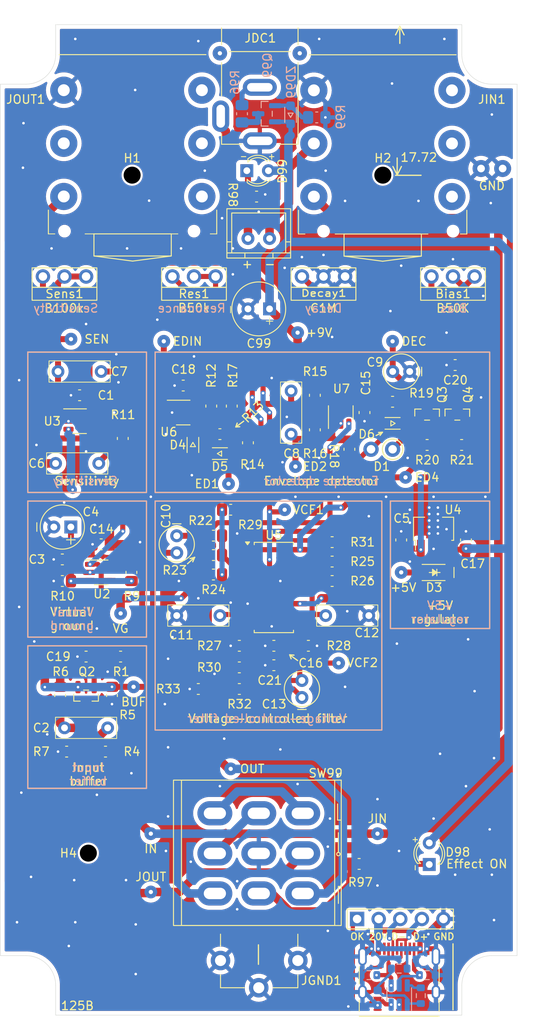
<source format=kicad_pcb>
(kicad_pcb (version 20221018) (generator pcbnew)
  (layers (0 "F.Cu" signal) (31 "B.Cu" signal) (34 "B.Paste" user) (35 "F.Paste" user) (36 "B.SilkS" user "B.Silkscreen") (37 "F.SilkS" user "F.Silkscreen") (38 "B.Mask" user) (39 "F.Mask" user) (44 "Edge.Cuts" user))
  (net 0 "")
  (net 1 "5V")
  (net 2 "Net-(Bias1-PadS)")
  (net 3 "GND")
  (net 4 "/+9V")
  (net 5 "Net-(C2-Pad1)")
  (net 6 "Net-(C2-Pad2)")
  (net 7 "Net-(U2A-+)")
  (net 8 "Net-(C6-Pad1)")
  (net 9 "BUF")
  (net 10 "Net-(C7-Pad1)")
  (net 11 "Net-(C7-Pad2)")
  (net 12 "Net-(C8-Pad1)")
  (net 13 "Net-(U7A--)")
  (net 14 "Net-(C9-PadP)")
  (net 15 "Net-(C10-PadN)")
  (net 16 "Net-(C11-Pad1)")
  (net 17 "Net-(C12-Pad1)")
  (net 18 "Net-(C13-PadN)")
  (net 19 "Net-(C13-PadP)")
  (net 20 "Net-(D4-PadA)")
  (net 21 "Net-(U6A--)")
  (net 22 "Net-(D5-PadA)")
  (net 23 "Net-(Decay1-PadS)")
  (net 24 "Net-(JDC1-Pad2)")
  (net 25 "/VIN")
  (net 28 "Net-(JIN1-PadR)")
  (net 31 "/JIN")
  (net 36 "/JOUT")
  (net 38 "Net-(Q3-PadE)")
  (net 39 "Net-(Q4-PadE)")
  (net 40 "/Guitar effect/IN")
  (net 41 "VG")
  (net 42 "Net-(U3A--)")
  (net 43 "Net-(R20-Pad1)")
  (net 44 "Net-(U5C-+)")
  (net 45 "Net-(U5C--)")
  (net 46 "Net-(U5A-+)")
  (net 47 "Net-(U5A--)")
  (net 48 "Net-(R27-Pad2)")
  (net 49 "Net-(R29-Pad2)")
  (net 50 "/Guitar effect/OUT")
  (net 51 "/BYPASS")
  (net 54 "Net-(D98-PadK)")
  (net 55 "Net-(D99-PadK)")
  (net 56 "Net-(Q99-PadD)")
  (net 57 "Net-(Q99-PadG)")
  (net 58 "Net-(R97-Pad1)")
  (net 59 "Net-(D1-PadA)")
  (net 60 "Net-(C19-Pad1)")
  (net 61 "Net-(U8-VDD)")
  (net 62 "VBUS_20V")
  (net 63 "OK")
  (net 64 "USB_DP")
  (net 65 "USB_DN")
  (net 66 "Net-(U8-CFG)")
  (net 67 "Net-(U1-CC2)")
  (net 68 "Net-(U1-CC1)")
  (footprint "dvhx-kicad-library-2:Test_point_1.5mm_H0.5mm" (layer "F.Cu") (at 144.406 75.184 90)
    (fp_text reference "TP1" hide)
    (fp_text value "Test_point_D1.5_H0.5")
  )
  (footprint "dvhx-kicad-library-2:C_0805" (layer "F.Cu") (at 121.292 100.076 -90)
    (fp_text reference "C14")
    (fp_text value "100n")
  )
  (footprint "dvhx-kicad-library-2:C_foil_W7.2H6.5T2.5P5.08D0.45mm" (layer "F.Cu") (at 118.468158 90.562098 180)
    (fp_text reference "C6")
    (fp_text value "220n")
  )
  (footprint "dvhx-kicad-library-2:D_SOD-323-V3" (layer "F.Cu") (at 155.582 85.852 90)
    (fp_text reference "D6")
    (fp_text value "1N4148")
  )
  (footprint "dvhx-kicad-library-2:Test_point_1.5mm_H0.5mm" (layer "F.Cu") (at 128.658 76.2)
    (fp_text reference "TP16" hide)
    (fp_text value "Test_point_D1.5_H0.5")
  )
  (footprint "dvhx-kicad-library-2:C_foil_W7.2H6.5T2.5P5.08D0.45mm" (layer "F.Cu") (at 150.248 108.458)
    (fp_text reference "C12")
    (fp_text value "22n")
  )
  (footprint "dvhx-kicad-library-2:C_0805" (layer "F.Cu") (at 162.948 78.994 -90)
    (fp_text reference "C20")
    (fp_text value "100n")
  )
  (footprint "dvhx-kicad-library-2:SOT23-5-OGPNV-V2" (layer "F.Cu") (at 121.292 103.378)
    (fp_text reference "U2")
    (fp_text value "OPA197IDBV")
  )
  (footprint "dvhx-kicad-library-2:R_0805" (layer "F.Cu") (at 121.8 124.46 -90)
    (fp_text reference "R4")
    (fp_text value "10k")
  )
  (footprint "dvhx-kicad-library-2:R_0805" (layer "F.Cu") (at 163.71 88.392 90)
    (fp_text reference "R21")
    (fp_text value "4k7/6k8")
  )
  (footprint "dvhx-kicad-library-2:Switch_3PDT" (layer "F.Cu") (at 145.14 131.712 -90)
    (fp_text reference "SW99")
    (fp_text value "Switch_3P2T")
  )
  (footprint "dvhx-kicad-library-2:R_0805" (layer "F.Cu") (at 122.562 117.856 180)
    (fp_text reference "R5")
    (fp_text value "10k")
  )
  (footprint "dvhx-kicad-library-2:C_polarized_D4H7P2D0.45mm" (layer "F.Cu") (at 156.598 79.756 90)
    (fp_text reference "C9")
    (fp_text value "2u2")
  )
  (footprint "dvhx-kicad-library-2:R_0805" (layer "F.Cu") (at 148.47 104.394 90)
    (fp_text reference "R26")
    (fp_text value "330R")
  )
  (footprint "dvhx-kicad-library-2:C_polarized_D4H7P2D0.45mm" (layer "F.Cu") (at 144.914 117.094)
    (fp_text reference "C13")
    (fp_text value "1u")
  )
  (footprint "dvhx-kicad-library-2:Keystone_590" (layer "F.Cu") (at 139.834 152.23 180)
    (fp_text reference "JGND1")
    (fp_text value "Keystone_590" hide)
  )
  (footprint "dvhx-kicad-library-2:Test_point_1.5mm_H0.5mm" (layer "F.Cu") (at 157.106 92.202)
    (fp_text reference "TP10" hide)
    (fp_text value "Test_point_D1.5_H0.5")
  )
  (footprint "dvhx-kicad-library-2:C_0805" (layer "F.Cu") (at 141.612 114.3 -90)
    (fp_text reference "C21")
    (fp_text value "10u")
  )
  (footprint "dvhx-kicad-library-2:C_foil_W7.2H6.5T2.5P5.08D0.45mm" (layer "F.Cu") (at 119.514 121.666)
    (fp_text reference "C2")
    (fp_text value "22n")
  )
  (footprint "dvhx-kicad-library-2:R_0805" (layer "F.Cu") (at 146.438 86.614)
    (fp_text reference "R16")
    (fp_text value "4M7")
  )
  (footprint "dvhx-kicad-library-2:R_0805" (layer "F.Cu") (at 145.676 112.014 -90)
    (fp_text reference "R28")
    (fp_text value "4k7")
  )
  (footprint "dvhx-kicad-library-2:R_0805" (layer "F.Cu") (at 136.659 83.82)
    (fp_text reference "R17")
    (fp_text value "22k")
  )
  (footprint "dvhx-kicad-library-2:Test_point_1.5mm_H0.5mm" (layer "F.Cu") (at 125.102 116.84)
    (fp_text reference "TP5" hide)
    (fp_text value "Test_point_D1.5_H0.5")
  )
  (footprint "dvhx-kicad-library-2:P_Daughterboard_Mono_Davies_1900H" (layer "F.Cu") (at 129.674 68.58)
    (fp_text reference "Res1")
    (fp_text value "50kB")
  )
  (footprint "dvhx-kicad-library-2:R_0805" (layer "F.Cu") (at 123.578 113.284 -90)
    (fp_text reference "R1")
    (fp_text value "100")
  )
  (footprint "dvhx-kicad-library-2:R_0805" (layer "F.Cu") (at 148.47 102.108 90)
    (fp_text reference "R25")
    (fp_text value "330R")
  )
  (footprint "dvhx-kicad-library-2:R_0805" (layer "F.Cu") (at 134.5 101.346 -90)
    (fp_text reference "R23")
    (fp_text value "330R")
  )
  (footprint "dvhx-kicad-library-2:D_SOD-323-V3" (layer "F.Cu") (at 135.262 89.408 -90)
    (fp_text reference "D5")
    (fp_text value "1N4148")
  )
  (footprint "dvhx-kicad-library-2:Test_point_1.5mm_H0.5mm" (layer "F.Cu") (at 155.582 76.2)
    (fp_text reference "TP9" hide)
    (fp_text value "Test_point_D1.5_H0.5")
  )
  (footprint "dvhx-kicad-library-2:R_0805" (layer "F.Cu") (at 137.548 114.554 90)
    (fp_text reference "R30")
    (fp_text value "4k7/6k8")
  )
  (footprint "dvhx-kicad-library-2:R_0805" (layer "F.Cu") (at 137.548 117.094 -90)
    (fp_text reference "R32")
    (fp_text value "1k")
  )
  (footprint "dvhx-kicad-library-2:C_0805" (layer "F.Cu") (at 130.944 81.407 -90)
    (fp_text reference "C18")
    (fp_text value "100n")
  )
  (footprint "dvhx-kicad-library-2:R_0805" (layer "F.Cu") (at 139.58 59.182 -90)
    (fp_text reference "R98")
    (fp_text value "4k7")
  )
  (footprint "dvhx-kicad-library-2:D_LED_3mm" (layer "F.Cu") (at 139.77 56.134 -90)
    (fp_text reference "D99")
    (fp_text value "RED")
  )
  (footprint "dvhx-kicad-library-2:R_0805" (layer "F.Cu") (at 151.645 137.668 90)
    (fp_text reference "R97")
    (fp_text value "22k")
  )
  (footprint "dvhx-kicad-library-2:R_0805" (layer "F.Cu") (at 123.832 87.63 180)
    (fp_text reference "R11")
    (fp_text value "22k")
  )
  (footprint "dvhx-kicad-library-2:C_0805" (layer "F.Cu") (at 119.514 113.284 -90)
    (fp_text reference "C19")
    (fp_text value "100n")
  )
  (footprint "dvhx-kicad-library-2:Hole_M2_isolated" (layer "F.Cu") (at 154.434 56.66)
    (fp_text reference "Hole2" hide)
    (fp_text value "Hole")
  )
  (footprint "dvhx-kicad-library-2:R_0805" (layer "F.Cu") (at 117.228 124.46 90)
    (fp_text reference "R7")
    (fp_text value "1M")
  )
  (footprint "dvhx-kicad-library-2:Enclosure_125B" (layer "F.Cu") (at 115.934686 155.449712)
    (fp_text reference "ModelEnclosure125B1" hide)
    (fp_text value "Model" hide)
  )
  (footprint "dvhx-kicad-library-2:C_0805" (layer "F.Cu") (at 116.72 101.854 -90)
    (fp_text reference "C3")
    (fp_text value "100n")
  )
  (footprint "dvhx-kicad-library-2:Test_point_1.5mm_H0.5mm" (layer "F.Cu") (at 127.134 140.97 180)
    (fp_text reference "TP15" hide)
    (fp_text value "Test_point_D1.5_H0.5")
  )
  (footprint "dvhx-kicad-library-2:Test_point_1.5mm_H0.5mm" (layer "F.Cu") (at 127.134 134.112)
    (fp_text reference "TP4" hide)
    (fp_text value "Test_point_D1.5_H0.5")
  )
  (footprint "dvhx-kicad-library-2:Test_point_1.5mm_H0.5mm" (layer "F.Cu") (at 117.736 75.946)
    (fp_text reference "TP7" hide)
    (fp_text value "Test_point_D1.5_H0.5")
  )
  (footprint "dvhx-kicad-library-2:R_0805" (layer "F.Cu") (at 138.564 88.138 180)
    (fp_text reference "R14")
    (fp_text value "10k")
  )
  (footprint "dvhx-kicad-library-2:R_0805" (layer "F.Cu") (at 159.646 88.392 -90)
    (fp_text reference "R20")
    (fp_text value "7k9")
  )
  (footprint "dvhx-kicad-library-2:SOT-89-3-OGI" (layer "F.Cu") (at 160.408 98.552 90)
    (fp_text reference "U4")
    (fp_text value "78L05")
  )
  (footprint "dvhx-kicad-library-2:C_0805" (layer "F.Cu") (at 164.218 99.568 180)
    (fp_text reference "C17")
    (fp_text value "100n")
  )
  (footprint "dvhx-kicad-library-2:R_0805" (layer "F.Cu") (at 134.5 103.632 -90)
    (fp_text reference "R24")
    (fp_text value "330R")
  )
  (footprint "dvhx-kicad-library-2:R_0805" (layer "F.Cu") (at 150.502 88.9)
    (fp_text reference "R18")
    (fp_text value "330R")
  )
  (footprint "dvhx-kicad-library-2:P_Daughterboard_Mono_Davies_1900H" (layer "F.Cu") (at 114.434 68.58)
    (fp_text reference "Sens1")
    (fp_text value "100kB")
  )
  (footprint "dvhx-kicad-library-2:R_0805" (layer "F.Cu") (at 146.438 82.55)
    (fp_text reference "R15")
    (fp_text value "4M7")
  )
  (footprint "dvhx-kicad-library-2:SOT23-5-OGPNV-V2" (layer "F.Cu") (at 149.486 84.582 90)
    (fp_text reference "U7")
    (fp_text value "OPA197IDBV")
  )
  (footprint "dvhx-kicad-library-2:D_SOD-323-V3" (layer "F.Cu") (at 132.087 88.392 180)
    (fp_text reference "D4")
    (fp_text value "1N4148")
  )
  (footprint "dvhx-kicad-library-2:R_0805" (layer "F.Cu") (at 155.582 83.312 90)
    (fp_text reference "R19")
    (fp_text value "4k7")
  )
  (footprint "dvhx-kicad-library-2:R_0805" (layer "F.Cu") (at 148.47 99.822 -90)
    (fp_text reference "R31")
    (fp_text value "4k7/6k8")
  )
  (footprint "dvhx-kicad-library-2:R_0805" (layer "F.Cu") (at 134.5 99.06 90)
    (fp_text reference "R22")
    (fp_text value "5k1")
  )
  (footprint "dvhx-kicad-library-2:C_0805" (layer "F.Cu") (at 152.28 84.582)
    (fp_text reference "C15")
    (fp_text value "100n")
  )
  (footprint "dvhx-kicad-library-2:C_polarized_D4H7P2D0.45mm" (layer "F.Cu") (at 130.182 100.076 180)
    (fp_text reference "C10")
    (fp_text value "1u")
  )
  (footprint "dvhx-kicad-library-2:C_0805" (layer "F.Cu") (at 118.752 82.55 -90)
    (fp_text reference "C1")
    (fp_text value "100n")
  )
  (footprint "dvhx-kicad-library-2:R_0805" (layer "F.Cu") (at 124.848 103.378 180)
    (fp_text reference "R9")
    (fp_text value "47k")
  )
  (footprint "dvhx-kicad-library-2:R_0805" (layer "F.Cu") (at 134.246 83.82)
    (fp_text reference "R12")
    (fp_text value "22k")
  )
  (footprint "dvhx-kicad-library-2:Test_point_1.5mm_H0.5mm" (layer "F.Cu") (at 142.882 96.012)
    (fp_text reference "TP11" hide)
    (fp_text value "Test_point_D1.5_H0.5")
  )
  (footprint "dvhx-kicad-library-2:Test_point_1.5mm_H0.5mm" (layer "F.Cu") (at 156.598 103.378)
    (fp_text reference "TP3" hide)
    (fp_text value "Test_point_D1.5_H0.5")
  )
  (footprint "dvhx-kicad-library-2:SOT23-BEC" (layer "F.Cu") (at 163.202 84.836)
    (fp_text reference "Q4")
    (fp_text value "BC850C")
  )
  (footprint "dvhx-kicad-library-2:Connector_DC_005_2.0" (layer "F.Cu") (at 139.959 38.825 -90)
    (fp_text reference "JDC1")
    (fp_text value "Connector_DC_jack_3pin")
  )
  (footprint "dvhx-kicad-library-2:C_polarized_D5mm_H12mm_P2mm" (layer "F.Cu") (at 116.72 98.044 -90)
    (fp_text reference "C4")
    (fp_text value "100u")
  )
  (footprint "dvhx-kicad-library-2:R_0805" (layer "F.Cu") (at 116.72 104.394 90)
    (fp_text reference "R10")
    (fp_text value "47k")
  )
  (footprint "dvhx-kicad-library-2:Test_point_1.5mm_H0.5mm" (layer "F.Cu") (at 144.152 90.932)
    (fp_text reference "TP17" hide)
    (fp_text value "Test_point_D1.5_H0.5")
  )
  (footprint "dvhx-kicad-library-2:SOT23-5-OGPNV-V2" (layer "F.Cu") (at 118.752 85.598)
    (fp_text reference "U3")
    (fp_text value "OPA197IDBV")
  )
  (footprint "dvhx-kicad-library-2:C_foil_W7.2H6.5T2.5P5.08D0.45mm" (layer "F.Cu") (at 143.644 84.582 90)
    (fp_text reference "C8")
    (fp_text value "8n2")
  )
  (footprint "dvhx-kicad-library-2:C_foil_W7.2H6.5T2.5P5.08D0.45mm" (layer "F.Cu") (at 132.722 108.458 180)
    (fp_text reference "C11")
    (fp_text value "22n")
  )
  (footprint "dvhx-kicad-library-2:Test_point_1.5mm_H0.5mm" (layer "F.Cu") (at 136.278 92.964)
    (fp_text reference "TP8" hide)
    (fp_text value "Test_point_D1.5_H0.5")
  )
  (footprint "dvhx-kicad-library-2:C_0805" (layer "F.Cu") (at 156.598 99.568 180)
    (fp_text reference "C5")
    (fp_text value "100n")
  )
  (footprint "dvhx-kicad-library-2:C_0805" (layer "F.Cu") (at 141.612 112.014 -90)
    (fp_text reference "C16")
    (fp_text value "100n")
  )
  (footprint "dvhx-kicad-library-2:D_SOD-123" (layer "F.Cu") (at 160.409522 103.392192 90)
    (fp_text reference "D3")
    (fp_text value "MBR0540")
  )
  (footprint "dvhx-kicad-library-2:SOT23-5-OGPNV-V2" (layer "F.Cu") (at 130.944 84.582)
    (fp_text reference "U6")
    (fp_text value "OPA197IDBV")
  )
  (footprint "dvhx-kicad-library-2:Battery_JST_XH_female_2pin" (layer "F.Cu") (at 141.104 64.108 180)
    (fp_text reference "U99" hide)
    (fp_text value "9V (JST-XH)")
  )
  (footprint "dvhx-kicad-library-2:D_DO-35_cathode_down" (layer "F.Cu") (at 154.316691 88.9 90)
    (fp_text reference "D1")
    (fp_text value "1N34A (THT alternative)")
  )
  (footprint "dvhx-kicad-library-2:P_Daughterboard_Mono_Davies_1900H" (layer "F.Cu") (at 144.914 68.58)
    (fp_text reference "Decay1")
    (fp_text value "1MC")
  )
  (footprint "dvhx-kicad-library-2:Test_point_1.5mm_H0.5mm" (layer "F.Cu") (at 153.804 134.112)
    (fp_text reference "TP14" hide)
    (fp_text value "Test_point_D1.5_H0.5")
  )
  (footprint "dvhx-kicad-library-2:Hole_M2_isolated" (layer "F.Cu") (at 119.78 136.398)
    (fp_text reference "Hole4" hide)
    (fp_text value "Hole")
  )
  (footprint "dvhx-kicad-library-2:R_0805" (layer "F.Cu") (at 136.532 96.012 90)
    (fp_text reference "R29")
    (fp_text value "4k7/6k8")
  )
  (footprint "dvhx-kicad-library-2:Header_1x5_male_upright" (layer "F.Cu") (at 151.409 144.145)
    (fp_text reference "J3" hide)
    (fp_text value "Header_1x5_male" hide)
  )
  (footprint "dvhx-kicad-library-2:Test_point_loop_2.54mm" (layer "F.Cu") (at 167.266 55.88 90)
    (fp_text reference "TP2" hide)
    (fp_text value "Test_point_loop")
  )
  (footprint "dvhx-kicad-library-2:Connector_Jack_6.35mm_female_stereo" (layer "F.Cu") (at 124.984 52.9)
    (fp_text reference locked "JOUT1")
    (fp_text value "Connector_Jack_6.35mm_female_stereo")
  )
  (footprint "dvhx-kicad-library-2:R_0805" (layer "F.Cu") (at 116.466 117.856 180)
    (fp_text reference "R6")
    (fp_text value "1M")
  )
  (footprint "dvhx-kicad-library-2:C_polarized_D6.35mm_H15mm_P2.54mm" (layer "F.Cu") (at 139.834 72.39 -90)
    (fp_text reference "C99")
    (fp_text value "330u")
  )
  (footprint "dvhx-kicad-library-2:R_0805" (layer "F.Cu") (at 132.722 117.094 90)
    (fp_text reference "R33")
    (fp_text value "100k")
  )
  (footprint "dvhx-kicad-library-2:P_Daughterboard_Mono_Davies_1900H" (layer "F.Cu") (at 160.154 68.58)
    (fp_text reference "Bias1")
    (fp_text value "50kB")
  )
  (footprint "dvhx-kicad-library-2:Test_point_1.5mm_H0.5mm" (layer "F.Cu") (at 136.532 126.492)
    (fp_text reference "TP13" hide)
    (fp_text value "Test_point_D1.5_H0.5")
  )
  (footprint "dvhx-kicad-library-2:Test_point_1.5mm_H0.5mm" (layer "F.Cu") (at 149.232 114.046)
    (fp_text reference "TP12" hide)
    (fp_text value "Test_point_D1.5_H0.5")
  )
  (footprint "dvhx-kicad-library-2:R_0805" (layer "F.Cu") (at 135.262 87.122 90)
    (fp_text reference "R13")
    (fp_text value "10k/22k")
  )
  (footprint "dvhx-kicad-library-2:USB_C_Receptacle_HRO_TYPE-C-31-M-12" (layer "F.Cu") (at 156.362 151.69)
    (fp_text reference "U1" hide)
    (fp_text value "USB_C" hide)
  )
  (footprint "dvhx-kicad-library-2:SOT23-BEC" (layer "F.Cu") (at 159.646 84.836)
    (fp_text reference "Q3")
    (fp_text value "BC850C")
  )
  (footprint "Package_SO:SOP-16_4.4x10.4mm_P1.27mm" (layer "F.Cu") (at 141.612 105.156)
    (fp_text reference "U5")
    (fp_text value "LM13700")
  )
  (footprint "dvhx-kicad-library-2:Hole_M2_isolated" (layer "F.Cu") (at 124.934 56.66)
    (fp_text reference "Hole1" hide)
    (fp_text value "Hole")
  )
  (footprint "dvhx-kicad-library-2:Test_point_1.5mm_H0.5mm" (layer "F.Cu") (at 123.578 108.204)
    (fp_text reference "TP6" hide)
    (fp_text value "Test_point_D1.5_H0.5")
  )
  (footprint "dvhx-kicad-library-2:R_0805" (layer "F.Cu") (at 137.548 112.014 90)
    (fp_text reference "R27")
    (fp_text value "4k7")
  )
  (footprint "dvhx-kicad-library-2:SOT23-DSG" (layer "F.Cu") (at 119.514 117.856 180)
    (fp_text reference "Q2")
    (fp_text value "MMBF5457")
  )
  (footprint "dvhx-kicad-library-2:C_foil_W7.2H6.5T2.5P5.08D0.45mm" (layer "F.Cu") (at 118.752 79.756 180)
    (fp_text reference "C7")
    (fp_text value "68n")
  )
  (footprint "dvhx-kicad-library-2:D_LED_3mm" (layer "F.Cu") (at 159.9 136.398)
    (fp_text reference "D98")
    (fp_text value "BLUE")
  )
  (footprint "dvhx-kicad-library-2:Connector_Jack_6.35mm_female_stereo" (layer "F.Cu") (at 154.415 52.916)
    (fp_text reference "JIN1")
    (fp_text value "Connector_Jack_6.35mm_female_stereo")
  )
  (footprint "dvhx-kicad-library-2:R_0603" (layer "B.Cu") (at 156.362 149.987 180)
    (fp_text reference "R2" hide)
    (fp_text value "1k")
  )
  (footprint "dvhx-kicad-library-2:C_0603" (layer "B.Cu") (at 153.822 153.416 -90)
    (fp_text reference "C22" hide)
    (fp_text value "1u")
  )
  (footprint "dvhx-kicad-library-2:R_0603" (layer "B.Cu") (at 159.664 150.749)
    (fp_text reference "R8" hide)
    (fp_text value "5k1")
  )
  (footprint "dvhx-kicad-library-2:SOT23-GSD" (layer "B.Cu") (at 140.786 49.438 -90)
    (fp_text reference "Q99")
    (fp_text value "AO3401")
  )
  (footprint "dvhx-kicad-library-2:R_0603" (layer "B.Cu") (at 152.806 150.749)
    (fp_text reference "R34" hide)
    (fp_text value "5k1" hide)
  )
  (footprint "dvhx-kicad-library-2:SOT23-6" (layer "B.Cu") (at 156.362 153.035 90)
    (fp_text reference "U8" hide)
    (fp_text value "CH221K")
  )
  (footprint "dvhx-kicad-library-2:R_0805" (layer "B.Cu") (at 146.658815 49.867847 90)
    (fp_text reference "R99")
    (fp_text value "100k")
  )
  (footprint "dvhx-kicad-library-2:R_0805" (layer "B.Cu") (at 137.865 49.438 180)
    (fp_text reference "R96")
    (fp_text value "0R~47R")
  )
  (footprint "dvhx-kicad-library-2:D_SOD-323-V3" (layer "B.Cu") (at 143.58 49.565 180)
    (fp_text reference "ZD99")
    (fp_text value "3~10V")
  )
  (footprint "dvhx-kicad-library-2:R_0603" (layer "B.Cu") (at 158.902 153.162 90)
    (fp_text reference "R3" hide)
    (fp_text value "200k")
  )
  (gr_rect (start 155.328 94.996) (end 167.012 109.982) (stroke (width 0.15)) (fill none) (layer "B.SilkS"))
  (gr_rect (start 112.656 112.014) (end 126.626 128.778) (stroke (width 0.15)) (fill none) (layer "B.SilkS"))
  (gr_rect (start 127.642 94.996) (end 154.312 121.92) (stroke (width 0.15)) (fill none) (layer "B.SilkS"))
  (gr_rect (start 127.642 77.47) (end 167.012 93.98) (stroke (width 0.15)) (fill none) (layer "B.SilkS"))
  (gr_rect (start 112.656 94.996) (end 126.626 110.998) (stroke (width 0.15)) (fill none) (layer "B.SilkS"))
  (gr_rect (start 112.656 77.47) (end 126.626 93.98) (stroke (width 0.15)) (fill none) (layer "B.SilkS"))
  (gr_line (start 153.641545 87.284455) (end 154.393658 86.89624) (stroke (width 0.15)) (layer "F.SilkS"))
  (gr_line (start 162.694 147.066) (end 162.694 154.813) (stroke (width 0.15)) (layer "F.SilkS"))
  (gr_line (start 156.122931 56.64129) (end 156.122931 54.64129) (stroke (width 0.15)) (layer "F.SilkS"))
  (gr_line (start 144.406 113.745127) (end 143.475302 113.076874) (stroke (width 0.15)) (layer "F.SilkS"))
  (gr_line (start 156.122931 56.64129) (end 156.622931 55.64129) (stroke (width 0.15)) (layer "F.SilkS"))
  (gr_rect (start 112.656 112.014) (end 126.626 128.778) (stroke (width 0.15)) (fill none) (layer "F.SilkS"))
  (gr_line (start 143.475302 113.076874) (end 143.97649 113.113018) (stroke (width 0.15)) (layer "F.SilkS"))
  (gr_line (start 138.056 85.598) (end 137.133747 86.274698) (stroke (width 0.15)) (layer "F.SilkS"))
  (gr_line (start 143.475302 113.076874) (end 143.644 113.538) (stroke (width 0.15)) (layer "F.SilkS"))
  (gr_line (start 154.393658 86.89624) (end 154.11271 87.262741) (stroke (width 0.15)) (layer "F.SilkS"))
  (gr_line (start 137.133747 86.274698) (end 137.297063 85.823179) (stroke (width 0.15)) (layer "F.SilkS"))
  (gr_line (start 155.934 56.676) (end 158.934 56.676) (stroke (width 0.15)) (layer "F.SilkS"))
  (gr_line (start 132.294127 101.606812) (end 131.758904 101.758328) (stroke (width 0.15)) (layer "F.SilkS"))
  (gr_line (start 156.434 39.16) (end 155.934 40.16) (stroke (width 0.15)) (layer "F.SilkS"))
  (gr_line (start 156.434 39.16) (end 156.934 40.16) (stroke (width 0.15)) (layer "F.SilkS"))
  (gr_rect (start 112.656 94.996) (end 126.626 110.998) (stroke (width 0.15)) (fill none) (layer "F.SilkS"))
  (gr_line (start 156.434 39.16) (end 156.434 41.16) (stroke (width 0.15)) (layer "F.SilkS"))
  (gr_rect (start 155.328 94.996) (end 167.012 109.982) (stroke (width 0.15)) (fill none) (layer "F.SilkS"))
  (gr_rect (start 127.642 94.996) (end 154.312 121.92) (stroke (width 0.15)) (fill none) (layer "F.SilkS"))
  (gr_line (start 137.133747 86.274698) (end 137.594873 86.245878) (stroke (width 0.15)) (layer "F.SilkS"))
  (gr_rect (start 112.656 77.47) (end 126.626 93.98) (stroke (width 0.15)) (fill none) (layer "F.SilkS"))
  (gr_line (start 154.393658 86.89624) (end 153.932532 86.92506) (stroke (width 0.15)) (layer "F.SilkS"))
  (gr_rect (start 127.642 77.47) (end 167.012 93.98) (stroke (width 0.15)) (fill none) (layer "F.SilkS"))
  (gr_line (start 132.294127 101.606812) (end 132.06843 102.12976) (stroke (width 0.15)) (layer "F.SilkS"))
  (gr_line (start 156.122931 56.64129) (end 155.622931 55.64129) (stroke (width 0.15)) (layer "F.SilkS"))
  (gr_line (start 131.452 102.362) (end 132.294127 101.606812) (stroke (width 0.15)) (layer "F.SilkS"))
  (gr_line locked (start 163.734 38.956) (end 163.734 42.456) (stroke (width 0.05)) (layer "Edge.Cuts"))
  (gr_line locked (start 163.734 155.456) (end 115.934 155.456) (stroke (width 0.05)) (layer "Edge.Cuts"))
  (gr_line locked (start 109.434 148.456) (end 109.434 45.956) (stroke (width 0.05)) (layer "Edge.Cuts"))
  (gr_line locked (start 109.434 45.956) (end 112.434 45.956) (stroke (width 0.05)) (layer "Edge.Cuts"))
  (gr_line locked (start 115.934 38.956) (end 163.734 38.956) (stroke (width 0.05)) (layer "Edge.Cuts"))
  (gr_line locked (start 170.234 45.956) (end 170.234 148.456) (stroke (width 0.05)) (layer "Edge.Cuts"))
  (gr_line locked (start 170.234 45.956) (end 167.234 45.956) (stroke (width 0.05)) (layer "Edge.Cuts"))
  (gr_arc locked (start 115.934 42.456) (mid 114.908874 44.930874) (end 112.434 45.956) (stroke (width 0.05)) (layer "Edge.Cuts"))
  (gr_line locked (start 115.934 155.456) (end 115.934 151.956) (stroke (width 0.05)) (layer "Edge.Cuts"))
  (gr_line locked (start 109.434 148.456) (end 112.434 148.456) (stroke (width 0.05)) (layer "Edge.Cuts"))
  (gr_line locked (start 163.734 155.456) (end 163.734 151.956) (stroke (width 0.05)) (layer "Edge.Cuts"))
  (gr_line locked (start 170.234 148.456) (end 167.234 148.456) (stroke (width 0.05)) (layer "Edge.Cuts"))
  (gr_arc locked (start 167.234 45.956) (mid 164.759126 44.930874) (end 163.734 42.456) (stroke (width 0.05)) (layer "Edge.Cuts"))
  (gr_arc locked (start 163.734 151.956) (mid 164.759126 149.481126) (end 167.234 148.456) (stroke (width 0.05)) (layer "Edge.Cuts"))
  (gr_line locked (start 115.934 38.956) (end 115.934 42.456) (stroke (width 0.05)) (layer "Edge.Cuts"))
  (gr_arc locked (start 112.434 148.456) (mid 114.908874 149.481126) (end 115.934 151.956) (stroke (width 0.05)) (layer "Edge.Cuts"))
  (gr_text "Envelope detector" (at 154.058 93.218) (layer "B.SilkS") (effects (font (size 1 1)) (justify left bottom mirror)))
  (gr_text "Resonance" (at 136.024 72.898) (layer "B.SilkS") (effects (font (size 1 1)) (justify left bottom mirror)))
  (gr_text "Voltage-controlled filter" (at 150.248 121.158) (layer "B.SilkS") (effects (font (size 1 1)) (justify left bottom mirror)))
  (gr_text "Input\nbuffer" (at 119.768 128.524) (layer "B.SilkS") (effects (font (size 1 1)) (justify bottom mirror)))
  (gr_text "+5V\nregulator" (at 161.17 109.474) (layer "B.SilkS") (effects (font (size 1 1)) (justify bottom mirror)))
  (gr_text "Sensitivity" (at 123.324 93.218) (layer "B.SilkS") (effects (font (size 1 1)) (justify left bottom mirror)))
  (gr_text "Virtual\nground" (at 120.53 110.236) (layer "B.SilkS") (effects (font (size 1 1)) (justify left bottom mirror)))
  (gr_text "Decay" (at 149.74 72.898) (layer "B.SilkS") (effects (font (size 1 1)) (justify left bottom mirror)))
  (gr_text "Sensitivity" (at 121.038 72.898) (layer "B.SilkS") (effects (font (size 1 1)) (justify left bottom mirror)))
  (gr_text "Bias" (at 164.472 72.898) (layer "B.SilkS") (effects (font (size 1 1)) (justify left bottom mirror)))
  (gr_text locked "C1M" (at 147.434 72.898) (layer "F.SilkS") (effects (font (size 1 1)) (justify bottom)))
  (gr_text locked "Input\nbuffer" (at 119.768 128.524) (layer "F.SilkS") (effects (font (size 1 1)) (justify bottom)))
  (gr_text locked "GND" (at 160.299 146.685) (layer "F.SilkS") (effects (font (size 0.8 0.8)) (justify left bottom)))
  (gr_text locked "20V" (at 152.679 146.685) (layer "F.SilkS") (effects (font (size 0.8 0.8)) (justify left bottom)))
  (gr_text locked "Virtual\nground" (at 115.196 110.236) (layer "F.SilkS") (effects (font (size 1 1)) (justify left bottom)))
  (gr_text locked "OK" (at 150.52 146.685) (layer "F.SilkS") (effects (font (size 0.8 0.8)) (justify left bottom)))
  (gr_text locked "B50k" (at 132.209467 72.869933) (layer "F.SilkS") (effects (font (size 1 1)) (justify bottom)))
  (gr_text locked "Voltage-controlled filter" (at 131.452 121.158) (layer "F.SilkS") (effects (font (size 1 1)) (justify left bottom)))
  (gr_text locked "D-" (at 155.346 146.685) (layer "F.SilkS") (effects (font (size 0.8 0.8)) (justify left bottom)))
  (gr_text locked "D+" (at 157.886 146.685) (layer "F.SilkS") (effects (font (size 0.8 0.8)) (justify left bottom)))
  (gr_text locked "B100k" (at 116.934 72.898) (layer "F.SilkS") (effects (font (size 1 1)) (justify bottom)))
  (gr_text locked "B50K" (at 162.687378 72.899864) (layer "F.SilkS") (effects (font (size 1 1)) (justify bottom)))
  (gr_text locked "Envelope detector" (at 140.342 93.218) (layer "F.SilkS") (effects (font (size 1 1)) (justify left bottom)))
  (gr_text locked "Sensitivity" (at 115.704 93.218) (layer "F.SilkS") (effects (font (size 1 1)) (justify left bottom)))
  (gr_text locked "17.72" (at 156.434 55.16) (layer "F.SilkS") (effects (font (size 1 1)) (justify left bottom)))
  (gr_text locked "+5V\nregulator" (at 161.17 109.474) (layer "F.SilkS") (effects (font (size 1 1)) (justify bottom)))
  (segment (start 165.996 89.836084) (end 165.996 85.344) (width 0.7) (layer "F.Cu") (net 1))
  (segment (start 163.964 78.994) (end 163.964 69.85) (width 0.7) (layer "F.Cu") (net 1))
  (segment (start 163.630084 92.202) (end 165.996 89.836084) (width 0.7) (layer "F.Cu") (net 1))
  (segment (start 158.759522 103.392192) (end 156.612192 103.392192) (width 0.7) (layer "F.Cu") (net 1))
  (segment (start 163.202 83.82) (end 159.646 83.82) (width 0.6) (layer "F.Cu") (net 1))
  (segment (start 164.472 83.82) (end 163.202 83.82) (width 0.7) (layer "F.Cu") (net 1))
  (segment (start 156.598 100.584) (end 158.79 100.584) (width 0.7) (layer "F.Cu") (net 1))
  (segment (start 156.612192 103.392192) (end 156.598 103.378) (width 0.7) (layer "F.Cu") (net 1))
  (segment (start 163.964 69.85) (end 162.694 68.58) (width 0.7) (layer "F.Cu") (net 1))
  (segment (start 163.202 81.788) (end 163.202 83.82) (width 0.7) (layer "F.Cu") (net 1))
  (segment (start 158.79 100.584) (end 158.908 100.702) (width 0.7) (layer "F.Cu") (net 1))
  (segment (start 165.996 85.344) (end 164.472 83.82) (width 0.7) (layer "F.Cu") (net 1))
  (segment (start 163.964 81.026) (end 163.964 78.994) (width 0.7) (layer "F.Cu") (net 1))
  (segment (start 163.964 81.026) (end 163.202 81.788) (width 0.7) (layer "F.Cu") (net 1))
  (segment (start 158.759522 100.850478) (end 158.908 100.702) (width 0.7) (layer "F.Cu") (net 1))
  (segment (start 158.884 92.202) (end 163.630084 92.202) (width 0.7) (layer "F.Cu") (net 1))
  (segment (start 165.234 68.58) (end 163.964 69.85) (width 0.7) (layer "F.Cu") (net 1))
  (segment (start 158.759522 103.392192) (end 158.759522 100.850478) (width 0.7) (layer "F.Cu") (net 1))
  (via (at 158.908 100.702) (size 0.6) (drill 0.3) (layers "F.Cu" "B.Cu") (net 1))
  (via (at 158.884 92.202) (size 0.6) (drill 0.3) (layers "F.Cu" "B.Cu") (net 1))
  (segment (start 158.908 100.702) (end 158.908 92.226) (width 0.7) (layer "B.Cu") (net 1))
  (segment (start 158.908 92.226) (end 158.884 92.202) (width 0.7) (layer "B.Cu") (net 1))
  (segment (start 160.154 68.58) (end 160.154 81.026) (width 0.7) (layer "F.Cu") (net 2))
  (segment (start 159.646 86.614) (end 158.63 87.63) (width 0.7) (layer "F.Cu") (net 2))
  (segment (start 160.154 81.026) (end 158.640262 82.539738) (width 0.7) (layer "F.Cu") (net 2))
  (segment (start 158.63 87.63) (end 158.63 88.392) (width 0.7) (layer "F.Cu") (net 2))
  (segment (start 159.646 86.614) (end 159.646 85.344) (width 0.7) (layer "F.Cu") (net 2))
  (segment (start 159.646 85.333738) (end 159.646 85.344) (width 0.3) (layer "F.Cu") (net 2))
  (segment (start 158.640262 82.539738) (end 158.640262 84.328) (width 0.7) (layer "F.Cu") (net 2))
  (segment (start 158.640262 84.328) (end 159.646 85.333738) (width 0.3) (layer "F.Cu") (net 2))
  (segment (start 149.486 85.852) (end 149.486 85.291001) (width 0.6) (layer "F.Cu") (net 3))
  (segment (start 119.514 100.076) (end 120.276 100.076) (width 0.6) (layer "F.Cu") (net 3))
  (segment (start 159.612 147.645) (end 159.767 147.645) (width 0.3) (layer "F.Cu") (net 3))
  (segment (start 153.112 147.645) (end 153.112 146.356) (width 0.6) (layer "F.Cu") (net 3))
  (segment (start 159.612 147.645) (end 159.612 146.102) (width 0.6) (layer "F.Cu") (net 3))
  (segment (start 119.383001 103.378) (end 118.883 102.877999) (width 0.6) (layer "F.Cu") (net 3))
  (segment (start 159.612 146.102) (end 159.791 145.923) (width 0.3) (layer "F.Cu") (net 3))
  (segment (start 149.486 85.291001) (end 150.195001 84.582) (width 0.6) (layer "F.Cu") (net 3))
  (segment (start 118.883 102.877999) (end 118.883 100.707) (width 0.6) (layer "F.Cu") (net 3))
  (segment (start 118.883 100.707) (end 119.514 100.076) (width 0.6) (layer "F.Cu") (net 3))
  (segment (start 119.983 103.378) (end 119.383001 103.378) (width 0.6) (layer "F.Cu") (net 3))
  (segment (start 150.195001 84.582) (end 151.264 84.582) (width 0.6) (layer "F.Cu") (net 3))
  (segment (start 160.682 147.645) (end 160.682 148.56) (width 0.6) (layer "F.Cu") (net 3))
  (segment (start 153.112 146.356) (end 152.679 145.923) (width 0.6) (layer "F.Cu") (net 3))
  (segment (start 159.791 145.923) (end 161.569 144.145) (width 1) (layer "F.Cu") (net 3))
  (segment (start 151.264 84.582) (end 152.28 85.598) (width 0.6) (layer "F.Cu") (net 3))
  (segment (start 159.767 147.645) (end 160.682 147.645) (width 0.6) (layer "F.Cu") (net 3))
  (segment (start 149.486 85.891) (end 149.486 85.852) (width 0.6) (layer "F.Cu") (net 3))
  (via (at 142.374 104.394) (size 0.6) (drill 0.3) (layers "F.Cu" "B.Cu") (net 3))
  (via (at 156.598 67.31) (size 0.6) (drill 0.3) (layers "F.Cu" "B.Cu") (net 3))
  (via (at 129.166 123.952) (size 0.6) (drill 0.3) (layers "F.Cu" "B.Cu") (net 3))
  (via (at 132.722 40.894) (size 0.6) (drill 0.3) (layers "F.Cu" "B.Cu") (net 3))
  (via (at 157.614 102.108) (size 0.6) (drill 0.3) (layers "F.Cu" "B.Cu") (net 3))
  (via (at 164.472 111.252) (size 0.6) (drill 0.3) (layers "F.Cu" "B.Cu") (net 3))
  (via (at 111.386 144.526) (size 0.6) (drill 0.3) (layers "F.Cu" "B.Cu") (net 3))
  (via (at 133.23 97.028) (size 0.6) (drill 0.3) (layers "F.Cu" "B.Cu") (net 3))
  (via (at 136.532 112.014) (size 0.6) (drill 0.3) (layers "F.Cu" "B.Cu") (net 3))
  (via (at 143.136 85.09) (size 0.6) (drill 0.3) (layers "F.Cu" "B.Cu") (net 3))
  (via (at 166.504 94.488) (size 0.6) (drill 0.3) (layers "F.Cu" "B.Cu") (net 3))
  (via (at 113.037 139.192) (size 0.6) (drill 0.3) (layers "F.Cu" "B.Cu") (net 3))
  (via (at 117.482 147.32) (size 0.6) (drill 0.3) (layers "F.Cu" "B.Cu") (net 3))
  (via (at 117.443 85.598) (size 0.6) (drill 0.3) (layers "F.Cu" "B.Cu") (net 3))
  (via (at 159.612 147.645) (size 0.6) (drill 0.3) (layers "F.Cu" "B.Cu") (net 3))
  (via (at 111.894 129.286) (size 0.6) (drill 0.3) (layers "F.Cu" "B.Cu") (net 3))
  (via (at 119.983 103.378) (size 0.6) (drill 0.3) (layers "F.Cu" "B.Cu") (net 3))
  (via (at 153.042 104.14) (size 0.6) (drill 0.3) (layers "F.Cu" "B.Cu") (net 3))
  (via (at 119.514 74.168) (size 0.6) (drill 0.3) (layers "F.Cu" "B.Cu") (net 3))
  (via (at 159.791 145.923) (size 0.6) (drill 0.3) (layers "F.Cu" "B.Cu") (net 3))
  (via (at 116.212 124.46) (size 0.6) (drill 0.3) (layers "F.Cu" "B.Cu") (net 3))
  (via (at 119.514 89.154) (size 0.6) (drill 0.3) (layers "F.Cu" "B.Cu") (net 3))
  (via (at 149.105 127.254) (size 0.6) (drill 0.3) (layers "F.Cu" "B.Cu") (net 3))
  (via (at 140.596 58.928) (size 0.6) (drill 0.3) (layers "F.Cu" "B.Cu") (net 3))
  (via (at 113.418 111.506) (size 0.6) (drill 0.3) (layers "F.Cu" "B.Cu") (net 3))
  (via (at 140.596 112.014) (size 0.6) (drill 0.3) (layers "F.Cu" "B.Cu") (net 3))
  (via (at 160.916 97.282) (size 0.6) (drill 0.3) (layers "F.Cu" "B.Cu") (net 3))
  (via (at 167.266 138.938) (size 0.6) (drill 0.3) (layers "F.Cu" "B.Cu") (net 3))
  (via (at 141.358 80.518) (size 0.6) (drill 0.3) (layers "F.Cu" "B.Cu") (net 3))
  (via (at 156.362 154.219) (size 0.6) (drill 0.3) (layers "F.Cu" "B.Cu") (net 3))
  (via (at 130.69 65.278) (size 0.6) (drill 0.3) (layers "F.Cu" "B.Cu") (net 3))
  (via (at 138.564 91.186) (size 0.6) (drill 0.3) (layers "F.Cu" "B.Cu") (net 3))
  (via (at 134.627 115.316) (size 0.6) (drill 0.3) (layers "F.Cu" "B.Cu") (net 3))
  (via (at 161.932 75.184) (size 0.6) (drill 0.3) (layers "F.Cu" "B.Cu") (net 3))
  (via (at 118.244 144.526) (size 0.6) (drill 0.3) (layers "F.Cu" "B.Cu") (net 3))
  (via (at 130.436 104.394) (size 0.6) (drill 0.3) (layers "F.Cu" "B.Cu") (net 3))
  (via (at 159.9 98.044) (size 0.6) (drill 0.3) (layers "F.Cu" "B.Cu") (net 3))
  (via (at 135.516 61.722) (size 0.6) (drill 0.3) (layers "F.Cu" "B.Cu") (net 3))
  (via (at 131.706 117.094) (size 0.6) (drill 0.3) (layers "F.Cu" "B.Cu") (net 3))
  (via (at 124.213 139.573) (size 0.6) (drill 0.3) (layers "F.Cu" "B.Cu") (net 3))
  (via (at 160.408 132.334) (size 0.6) (drill 0.3) (layers "F.Cu" "B.Cu") (net 3))
  (via (at 160.916 95.758) (size 0.6) (drill 0.3) (layers "F.Cu" "B.Cu") (net 3))
  (via (at 118.117 139.573) (size 0.6) (drill 0.3) (layers "F.Cu" "B.Cu") (net 3))
  (via (at 150.375 154.432) (size 0.6) (drill 0.3) (layers "F.Cu" "B.Cu") (net 3))
  (via (at 160.408 94.488) (size 0.6) (drill 0.3) (layers "F.Cu" "B.Cu") (net 3))
  (via (at 162.948 138.938) (size 0.6) (drill 0.3) (layers "F.Cu" "B.Cu") (net 3))
  (via (at 127.896 73.66) (size 0.6) (drill 0.3) (layers "F.Cu" "B.Cu") (net 3))
  (via (at 157.36 89.916) (size 0.6) (drill 0.3) (layers "F.Cu" "B.Cu") (net 3))
  (via (at 167.52 125.222) (size 0.6) (drill 0.3) (layers "F.Cu" "B.Cu") (net 3))
  (via (at 152.28 85.598) (size 0.6) (drill 0.3) (layers "F.Cu" "B.Cu") (net 3))
  (via (at 148.47 75.692) (size 0.6) (drill 0.3) (layers "F.Cu" "B.Cu") (net 3))
  (via (at 120.276 100.076) (size 0.6) (drill 0.3) (layers "F.Cu" "B.Cu") (net 3))
  (via (at 167.012 133.604) (size 0.6) (drill 0.3) (layers "F.Cu" "B.Cu") (net 3))
  (via (at 125.864 99.822) (size 0.6) (drill 0.3) (layers "F.Cu" "B.Cu") (net 3))
  (via (at 160.916 98.806) (size 0.6) (drill 0.3) (layers "F.Cu" "B.Cu") (net 3))
  (via (at 154.82 94.488) (size 0.6) (drill 0.3) (layers "F.Cu" "B.Cu") (net 3))
  (via (at 132.722 106.426) (size 0.6) (drill 0.3) (layers "F.Cu" "B.Cu") (net 3))
  (via (at 159.9 96.52) (size 0.6) (drill 0.3) (layers "F.Cu" "B.Cu") (net 3))
  (via (at 118.498 113.284) (size 0.6) (drill 0.3) (layers "F.Cu" "B.Cu") (net 3))
  (via (at 128.785 118.872) (size 0.6) (drill 0.3) (layers "F.Cu" "B.Cu") (net 3))
  (via (at 162.694 66.548) (size 0.6) (drill 0.3) (layers "F.Cu" "B.Cu") (net 3))
  (via (at 144.406 128.27) (size 0.6) (drill 0.3) (layers "F.Cu" "B.Cu") (net 3))
  (via (at 146.692 112.014) (size 0.6) (drill 0.3) (layers "F.Cu" "B.Cu") (net 3))
  (via (at 116.934 95.16) (size 0.6) (drill 0.3) (layers "F.Cu" "B.Cu") (net 3))
  (via (at 142.882 67.564) (size 0.6) (drill 0.3) (layers "F.Cu" "B.Cu") (net 3))
  (via (at 122.054 115.062) (size 0.6) (drill 0.3) (layers "F.Cu" "B.Cu") (net 3))
  (via locked (at 112.084 55.788) (size 0.6) (drill 0.3) (layers "F.Cu" "B.Cu") (net 3))
  (via (at 129.166 132.08) (size 0.6) (drill 0.3) (layers "F.Cu" "B.Cu") (net 3))
  (via (at 137.294 143.002) (size 0.6) (drill 0.3) (layers "F.Cu" "B.Cu") (net 3))
  (via (at 131.96 91.948) (size 0.6) (drill 0.3) (layers "F.Cu" "B.Cu") (net 3))
  (via (at 152.679 145.923) (size 0.6) (drill 0.3) (layers "F.Cu" "B.Cu") (net 3))
  (via (at 114.942 122.428) (size 0.6) (drill 0.3) (layers "F.Cu" "B.Cu") (net 3))
  (via (at 136.786 65.278) (size 0.6) (drill 0.3) (layers "F.Cu" "B.Cu") (net 3))
  (via (at 167.139 59.944) (size 0.6) (drill 0.3) (layers "F.Cu" "B.Cu") (net 3))
  (via (at 117.736 82.55) (size 0.6) (drill 0.3) (layers "F.Cu" "B.Cu") (net 3))
  (via (at 156.344 136.144) (size 0.6) (drill 0.3) (layers "F.Cu" "B.Cu") (net 3))
  (via (at 128.912 136.144) (size 0.6) (drill 0.3) (layers "F.Cu" "B.Cu") (net 3))
  (via (at 124.34 65.278) (size 0.6) (drill 0.3) (layers "F.Cu" "B.Cu") (net 3))
  (via (at 125.356 144.78) (size 0.6) (drill 0.3) (layers "F.Cu" "B.Cu") (net 3))
  (via (at 157.614 96.012) (size 0.6) (drill 0.3) (layers "F.Cu" "B.Cu") (net 3))
  (via (at 129.674 110.998) (size 0.6) (drill 0.3) (layers "F.Cu" "B.Cu") (net 3))
  (via (at 167.266 49.53) (size 0.6) (drill 0.3) (layers "F.Cu" "B.Cu") (net 3))
  (via (at 120.784 109.982) (size 0.6) (drill 0.3) (layers "F.Cu" "B.Cu") (net 3))
  (via (at 118.244 40.64) (size 0.6) (drill 0.3) (layers "F.Cu" "B.Cu") (net 3))
  (via (at 157.614 97.536) (size 0.6) (drill 0.3) (layers "F.Cu" "B.Cu") (net 3))
  (via (at 161.932 78.994) (size 0.6) (drill 0.3) (layers "F.Cu" "B.Cu") (net 3))
  (via (at 161.17 124.714) (size 0.6) (drill 0.3) (layers "F.Cu" "B.Cu") (net 3))
  (via (at 129.166 113.538) (size 0.6) (drill 0.3) (layers "F.Cu" "B.Cu") (net 3))
  (via (at 160.408 100.6145) (size 0.6) (drill 0.3) (layers "F.Cu" "B.Cu") (net 3))
  (via (at 131.833 137.414) (size 0.6) (drill 0.3) (layers "F.Cu" "B.Cu") (net 3))
  (via (at 128.912 87.122) (size 0.6) (drill 0.3) (layers "F.Cu" "B.Cu") (net 3))
  (via (at 160.916 96.52) (size 0.6) (drill 0.3) (layers "F.Cu" "B.Cu") (net 3))
  (via (at 156.09 111.76) (size 0.6) (drill 0.3) (layers "F.Cu" "B.Cu") (net 3))
  (via (at 146.946 89.916) (size 0.6) (drill 0.3) (layers "F.Cu" "B.Cu") (net 3))
  (via (at 133.484 56.134) (size 0.6) (drill 0.3) (layers "F.Cu" "B.Cu") (net 3))
  (via (at 164.218 128.524) (size 0.6) (drill 0.3) (layers "F.Cu" "B.Cu") (net 3))
  (via (at 144.914 66.294) (size 0.6) (drill 0.3) (layers "F.Cu" "B.Cu") (net 3))
  (via (at 149.994 59.69) (size 0.6) (drill 0.3) (layers "F.Cu" "B.Cu") (net 3))
  (via (at 123.324 81.026) (size 0.6) (drill 0.3) (layers "F.Cu" "B.Cu") (net 3))
  (via (at 122.562 118.872) (size 0.6) (drill 0.3) (layers "F.Cu" "B.Cu") (net 3))
  (via (at 153.804 130.048) (size 0.6) (drill 0.3) (layers "F.Cu" "B.Cu") (net 3))
  (via (at 141.358 109.728) (size 0.6) (drill 0.3) (layers "F.Cu" "B.Cu") (net 3))
  (via (at 160.916 98.044) (size 0.6) (drill 0.3) (layers "F.Cu" "B.Cu") (net 3))
  (via (at 165.234 117.348) (size 0.6) (drill 0.3) (layers "F.Cu" "B.Cu") (net 3))
  (via (at 132.214 77.978) (size 0.6) (drill 0.3) (layers "F.Cu" "B.Cu") (net 3))
  (via (at 135.262 128.524) (size 0.6) (drill 0.3) (layers "F.Cu" "B.Cu") (net 3))
  (via (at 129.928 81.407) (size 0.6) (drill 0.3) (layers "F.Cu" "B.Cu") (net 3))
  (via (at 153.822 154.291) (size 0.6) (drill 0.3) (layers "F.Cu" "B.Cu") (net 3))
  (via (at 115.45 65.278) (size 0.6) (drill 0.3) (layers "F.Cu" "B.Cu") (net 3))
  (via (at 115.704 104.394) (size 0.6) (drill 0.3) (layers "F.Cu" "B.Cu") (net 3))
  (via (at 120.53 97.79) (size 0.6) (drill 0.3) (layers "F.Cu" "B.Cu") (net 3))
  (via (at 158.63 59.69) (size 0.6) (drill 0.3) (layers "F.Cu" "B.Cu") (net 3))
  (via locked (at 126.934 59.66) (size 0.6) (drill 0.3) (layers "F.Cu" "B.Cu") (net 3))
  (via (at 115.704 101.854) (size 0.6) (drill 0.3) (layers "F.Cu" "B.Cu") (net 3))
  (via (at 166.25 70.866) (size 0.6) (drill 0.3) (layers "F.Cu" "B.Cu") (net 3))
  (via locked (at 112.148 50.546) (size 0.6) (drill 0.3) (layers "F.Cu" "B.Cu") (net 3))
  (via (at 137.294 139.7) (size 0.6) (drill 0.3) (layers "F.Cu" "B.Cu") (net 3))
  (via (at 153.112 147.645) (size 0.6) (drill 0.3) (layers "F.Cu" "B.Cu") (net 3))
  (via (at 137.294 98.806) (size 0.6) (drill 0.3) (layers "F.Cu" "B.Cu") (net 3))
  (via (at 148.216 132.334) (size 0.6) (drill 0.3) (layers "F.Cu" "B.Cu") (net 3))
  (via (at 147.454 66.04) (size 0.6) (drill 0.3) (layers "F.Cu" "B.Cu") (net 3))
  (via (at 123.07 77.724) (size 0.6) (drill 0.3) (layers "F.Cu" "B.Cu") (net 3))
  (via (at 147.674815 49.867847) (size 0.6) (drill 0.3) (layers "F.Cu" "B.Cu") (net 3))
  (via (at 150.248 107.95) (size 0.6) (drill 0.3) (layers "F.Cu" "B.Cu") (net 3))
  (via (at 156.598 98.552) (size 0.6) (drill 0.3) (layers "F.Cu" "B.Cu") (net 3))
  (via (at 146.946 40.64) (size 0.6) (drill 0.3) (layers "F.Cu" "B.Cu") (net 3))
  (via (at 159.9 97.282) (size 0.6) (drill 0.3) (layers "F.Cu" "B.Cu") (net 3))
  (via (at 122.816 84.582) (size 0.6) (drill 0.3) (layers "F.Cu" "B.Cu") (net 3))
  (via (at 149.994 116.84) (size 0.6) (drill 0.3) (layers "F.Cu" "B.Cu") (net 3))
  (via (at 124.848 127) (size 0.6) (drill 0.3) (layers "F.Cu" "B.Cu") (net 3))
  (via locked (at 125.292 46.644) (size 0.6) (drill 0.3) (layers "F.Cu" "B.Cu") (net 3))
  (via (at 111.64 107.442) (size 0.6) (drill 0.3) (layers "F.Cu" "B.Cu") (net 3))
  (via (at 127.134 94.488) (size 0.6) (drill 0.3) (layers "F.Cu" "B.Cu") (net 3))
  (via (at 147.708 56.134) (size 0.6) (drill 0.3) (layers "F.Cu" "B.Cu") (net 3))
  (via (at 155.328 72.644) (size 0.6) (drill 0.3) (layers "F.Cu" "B.Cu") (net 3))
  (via (at 153.804 140.208) (size 0.6) (drill 0.3) (layers "F.Cu" "B.Cu") (net 3))
  (via (at 125.356 150.622) (size 0.6) (drill 0.3) (layers "F.Cu" "B.Cu") (net 3))
  (via (at 111.64 80.772) (size 0.6) (drill 0.3) (layers "F.Cu" "B.Cu") (net 3))
  (via locked (at 155.518 45.882) (size 0.6) (drill 0.3) (layers "F.Cu" "B.Cu") (net 3))
  (via (at 147.962 135.636) (size 0.6) (drill 0.3) (layers "F.Cu" "B.Cu") (net 3))
  (via (at 142.628 90.424) (size 0.6) (drill 0.3) (layers "F.Cu" "B.Cu") (net 3))
  (via (at 149.486 85.852) (size 0.6) (drill 0.3) (layers "F.Cu" "B.Cu") (net 3))
  (via (at 147.962 145.542) (size 0.6) (drill 0.3) (layers "F.Cu" "B.Cu") (net 3))
  (via (at 120.784 129.54) (size 0.6) (drill 0.3) (layers "F.Cu" "B.Cu") (net 3))
  (via (at 142.374 124.206) (size 0.6) (drill 0.3) (layers "F.Cu" "B.Cu") (net 3))
  (via (at 167.52 144.272) (size 0.6) (drill 0.3) (layers "F.Cu" "B.Cu") (net 3))
  (via (at 161.932 98.298) (size 0.6) (drill 0.3) (layers "F.Cu" "B.Cu") (net 3))
  (via (at 129.635 84.582) (size 0.6) (drill 0.3) (layers "F.Cu" "B.Cu") (net 3))
  (via (at 144.152 94.488) (size 0.6) (drill 0.3) (layers "F.Cu" "B.Cu") (net 3))
  (via (at 159.9 98.806) (size 0.6) (drill 0.3) (layers "F.Cu" "B.Cu") (net 3))
  (via (at 136.786 68.326) (size 0.6) (drill 0.3) (layers "F.Cu" "B.Cu") (net 3))
  (via (at 159.9 95.758) (size 0.6) (drill 0.3) (layers "F.Cu" "B.Cu") (net 3))
  (via (at 149.232 94.488) (size 0.6) (drill 0.3) (layers "F.Cu" "B.Cu") (net 3))
  (via (at 140.596 114.3) (size 0.6) (drill 0.3) (layers "F.Cu" "B.Cu") (net 3))
  (via (at 139.834 60.96) (size 0.6) (drill 0.3) (layers "F.Cu" "B.Cu") (net 3))
  (via (at 136.532 106.934) (size 0.6) (drill 0.3) (layers "F.Cu" "B.Cu") (net 3))
  (via (at 152.788 96.774) (size 0.6) (drill 0.3) (layers "F.Cu" "B.Cu") (net 3))
  (via (at 138.5245 107.061) (size 0.6) (drill 0.3) (layers "F.Cu" "B.Cu") (net 3))
  (via (at 164.218 98.552) (size 0.6) (drill 0.3) (layers "F.Cu" "B.Cu") (net 3))
  (via (at 165.996 82.804) (size 0.6) (drill 0.3) (layers "F.Cu" "B.Cu") (net 3))
  (via (at 135.77 122.936) (size 0.6) (drill 0.3) (layers "F.Cu" "B.Cu") (net 3))
  (via (at 113.672 88.392) (size 0.6) (drill 0.3) (layers "F.Cu" "B.Cu") (net 3))
  (via (at 161.678 40.64) (size 0.6) (drill 0.3) (layers "F.Cu" "B.Cu") (net 3))
  (segment (start 119.983 103.378) (end 122.308 103.378) (width 0.3) (layer "B.Cu") (net 3))
  (segment (start 153.743305 148.336) (end 153.683761 148.336) (width 0.3) (layer "B.Cu") (net 3))
  (segment (start 147.674815 49.867847) (end 147.674815 49.750815) (width 0.5) (layer "B.Cu") (net 3))
  (segment (start 153.112 147.764239) (end 153.112 147.645) (width 0.3) (layer "B.Cu") (net 3))
  (segment (start 153.112 147.645) (end 152.957 147.645) (width 0.3) (layer "B.Cu") (net 3))
  (segment (start 158.951695 149.815) (end 158.521 149.384305) (width 0.3) (layer "B.Cu") (net 3))
  (segment locked (start 147.674815 48.037815) (end 146.321 46.684) (width 0.5) (layer "B.Cu") (net 3))
  (segment (start 152.042 148.56) (end 152.042 146.179) (width 0.6) (layer "B.Cu") (net 3))
  (segment (start 122.308 103.378) (end 125.864 99.822) (width 0.3) (layer "B.Cu") (net 3))
  (segment locked (start 147.674815 49.867847) (end 147.674815 49.817185) (width 0.5) (layer "B.Cu") (net 3))
  (segment (start 117.228 103.378) (end 115.704 101.854) (width 0.3) (layer "B.Cu") (net 3))
  (segment (start 159.612 147.645) (end 159.612 146.102) (width 0.6) (layer "B.Cu") (net 3))
  (segment (start 153.112 147.245) (end 153.112 147.645) (width 0.6) (layer "B.Cu") (net 3))
  (segment (start 152.042 146.179) (end 152.044 146.177) (width 0.5) (layer "B.Cu") (net 3))
  (segment (start 159.612 146.102) (end 159.791 145.923) (width 0.3) (layer "B.Cu") (net 3))
  (segment (start 158.816 148.295) (end 159.081239 148.295) (width 0.3) (layer "B.Cu") (net 3))
  (segment (start 152.957 147.645) (end 152.042 148.56) (width 0.6) (layer "B.Cu") (net 3))
  (segment (start 152.271 152.74) (end 153.822 154.291) (width 0.5) (layer "B.Cu") (net 3))
  (segment (start 153.683761 148.336) (end 153.112 147.764239) (width 0.3) (layer "B.Cu") (net 3))
  (segment (start 158.521 149.384305) (end 158.521 148.59) (width 0.3) (layer "B.Cu") (net 3))
  (segment (start 152.044 146.177) (end 153.112 147.245) (width 0.6) (layer "B.Cu") (net 3))
  (segment (start 154.197 148.789695) (end 153.743305 148.336) (width 0.3) (layer "B.Cu") (net 3))
  (segment (start 154.197 149.612) (end 154.197 148.789695) (width 0.3) (layer "B.Cu") (net 3))
  (segment (start 152.706 149.924) (end 153.885 149.924) (width 0.3) (layer "B.Cu") (net 3))
  (segment (start 119.983 103.378) (end 117.228 103.378) (width 0.3) (layer "B.Cu") (net 3))
  (segment locked (start 147.674815 49.750815) (end 147.674815 48.037815) (width 0.5) (layer "B.Cu") (net 3))
  (segment (start 159.081239 148.295) (end 159.612 147.764239) (width 0.3) (layer "B.Cu") (net 3))
  (segment (start 160.589 150.749) (end 159.655 149.815) (width 0.3) (layer "B.Cu") (net 3))
  (segment (start 159.655 149.815) (end 158.951695 149.815) (width 0.3) (layer "B.Cu") (net 3))
  (segment (start 153.885 149.924) (end 154.197 149.612) (width 0.3) (layer "B.Cu") (net 3))
  (segment (start 151.881 150.749) (end 152.706 149.924) (width 0.3) (layer "B.Cu") (net 3))
  (segment (start 152.042 152.74) (end 152.271 152.74) (width 0.5) (layer "B.Cu") (net 3))
  (segment (start 159.612 147.764239) (end 159.612 147.645) (width 0.3) (layer "B.Cu") (net 3))
  (segment (start 158.521 148.59) (end 158.816 148.295) (width 0.3) (layer "B.Cu") (net 3))
  (segment (start 151.01 79.756) (end 151.01 82.154762) (width 1) (layer "F.Cu") (net 4))
  (segment (start 148.536 81.6) (end 148.536 83.387) (width 0.6) (layer "F.Cu") (net 4))
  (segment (start 126.118 113.284) (end 124.594 113.284) (width 0.7) (layer "F.Cu") (net 4))
  (segment (start 146.438 79.756) (end 146.438 81.534) (width 0.6) (layer "F.Cu") (net 4))
  (segment (start 137.548 66.802) (end 141.104 70.358) (width 1) (layer "F.Cu") (net 4))
  (segment (start 162.059522 103.392192) (end 162.059522 100.853522) (width 0.7) (layer "F.Cu") (net 4))
  (segment (start 148.536 82.287) (end 148.536 83.387) (width 0.6) (layer "F.Cu") (net 4))
  (segment (start 124.782 102.428) (end 124.848 102.362) (width 0.6) (layer "F.Cu") (net 4))
  (segment (start 162.059522 100.853522) (end 161.908 100.702) (width 0.7) (layer "F.Cu") (net 4))
  (segment (start 125.864 82.707) (end 131.982 82.707) (width 0.7) (layer "F.Cu") (net 4))
  (segment (start 126.118 105.176) (end 126.118 113.284) (width 0.7) (layer "F.Cu") (net 4))
  (segment (start 119.768 82.55) (end 121.292 82.55) (width 0.7) (layer "F.Cu") (net 4))
  (segment (start 142.628 107.95) (end 142.628 112.014) (width 0.6) (layer "F.Cu") (net 4))
  (segment (start 125.707 82.55) (end 125.864 82.707) (width 1) (layer "F.Cu") (net 4))
  (segment (start 141.104 70.358) (end 141.104 72.39) (width 1) (layer "F.Cu") (net 4))
  (segment (start 119.93629 82.71829) (end 119.822 82.604) (width 0.6) (layer "F.Cu") (net 4))
  (segment (start 144.406 75.692) (end 144.406 77.724) (width 1) (layer "F.Cu") (net 4))
  (segment (start 143.517 107.061) (end 142.628 107.95) (width 0.6) (layer "F.Cu") (net 4))
  (segment (start 124.34 70.358) (end 127.896 66.802) (width 1) (layer "F.Cu") (net 4))
  (segment (start 132.139 82.55) (end 132.139 81.586) (width 0.6) (layer "F.Cu") (net 4))
  (segment (start 126.118 105.136) (end 126.118 103.632) (width 0.6) (layer "F.Cu") (net 4))
  (segment (start 144.6995 107.061) (end 143.517 107.061) (width 0.6) (layer "F.Cu") (net 4))
  (segment (start 119.768 81.28) (end 119.768 77.47) (width 1) (layer "F.Cu") (net 4))
  (segment (start 127.896 66.802) (end 137.548 66.802) (width 1) (layer "F.Cu") (net 4))
  (segment (start 147.2 106.426) (end 162.948 106.426) (width 1) (layer "F.Cu") (net 4))
  (segment (start 152.28 83.566) (end 151.001 82.287) (width 0.6) (layer "F.Cu") (net 4))
  (segment (start 144.406 77.724) (end 146.438 79.756) (width 1) (layer "F.Cu") (net 4))
  (segment (start 132.139 83.632) (end 132.139 82.55) (width 0.6) (layer "F.Cu") (net 4))
  (segment (start 142.628 114.3) (end 142.628 112.014) (width 0.7) (layer "F.Cu") (net 4))
  (segment (start 162.948 106.426) (end 164.218 105.156) (width 1) (layer "F.Cu") (net 4))
  (segment (start 126.118 103.632) (end 124.848 102.362) (width 0.6) (layer "F.Cu") (net 4))
  (segment (start 121.292 82.55) (end 125.707 82.55) (width 1) (layer "F.Cu") (net 4))
  (segment (start 148.47 79.756) (end 148.47 81.534) (width 1) (layer "F.Cu") (net 4))
  (segment (start 164.1 100.702) (end 164.218 100.584) (width 0.7) (layer "F.Cu") (net 4))
  (segment (start 123.832 100.076) (end 122.308 100.076) (width 1) (layer "F.Cu") (net 4))
  (segment (start 148.47 79.756) (end 151.01 79.756) (width 1) (layer "F.Cu") (net 4))
  (segment (start 122.487 102.428) (end 124.782 102.428) (width 0.6) (layer "F.Cu") (net 4))
  (segment (start 164.218 105.156) (end 164.218 100.584) (width 1) (layer "F.Cu") (net 4))
  (segment (start 124.848 101.092) (end 123.832 100.076) (width 1) (layer "F.Cu") (net 4))
  (segment (start 124.848 102.362) (end 124.848 101.092) (width 1) (layer "F.Cu") (net 4))
  (segment (start 122.308 93.218) (end 125.864 89.662) (width 1) (layer "F.Cu") (net 4))
  (segment (start 125.864 89.662) (end 125.864 82.707) (width 1) (layer "F.Cu") (net 4))
  (segment (start 161.908 100.702) (end 164.1 100.702) (width 0.7) (layer "F.Cu") (net 4))
  (segment (start 141.104 72.39) (end 144.406 75.692) (width 1) (layer "F.Cu") (net 4))
  (segment (start 148.47 81.534) (end 148.536 81.6) (width 0.6) (layer "F.Cu") (net 4))
  (segment (start 126.098 105.156) (end 126.118 105.176) (width 0.7) (layer "F.Cu") (net 4))
  (segment (start 146.438 79.756) (end 148.47 79.756) (width 1) (layer "F.Cu") (net 4))
  (segment (start 151.01 82.154762) (end 151.071619 82.216381) (width 1) (layer "F.Cu") (net 4))
  (segment (start 119.822 82.604) (end 119.768 82.55) (width 0.7) (layer "F.Cu") (net 4))
  (segment (start 124.34 72.898) (end 124.34 70.358) (width 1) (layer "F.Cu") (net 4))
  (segment (start 119.768 82.55) (end 119.768 81.28) (width 0.7) (layer "F.Cu") (net 4))
  (segment (start 119.768 77.47) (end 124.34 72.898) (width 1) (layer "F.Cu") (net 4))
  (segment (start 126.098 105.156) (end 126.118 105.136) (width 0.6) (layer "F.Cu") (net 4))
  (segment (start 122.308 100.076) (end 122.308 93.218) (width 1) (layer "F.Cu") (net 4))
  (segment (start 119.947 84.648) (end 119.93629 84.63729) (width 0.6) (layer "F.Cu") (net 4))
  (segment (start 132.139 81.586) (end 131.96 81.407) (width 0.7) (layer "F.Cu") (net 4))
  (segment (start 119.93629 84.63729) (end 119.93629 82.71829) (width 0.6) (layer "F.Cu") (net 4))
  (via (at 147.2 106.426) (size 0.6) (drill 0.3) (layers "F.Cu" "B.Cu") (net 4))
  (via (at 164.218 100.584) (size 0.6) (drill 0.3) (layers "F.Cu" "B.Cu") (net 4))
  (via (at 144.6995 107.061) (size 0.6) (drill 0.3) (layers "F.Cu" "B.Cu") (net 4))
  (segment (start 143.326 64.326) (end 141.104 66.548) (width 1) (layer "B.Cu") (net 4))
  (segment (start 143.326 56.134) (end 143.326 64.326) (width 1) (layer "B.Cu") (net 4))
  (segment (start 168.028 64.516) (end 169.234 65.722) (width 1) (layer "B.Cu") (net 4))
  (segment (start 169.234 125.794) (end 159.9 135.128) (width 1) (layer "B.Cu") (net 4))
  (segment (start 143.326 55.026) (end 143.326 56.134) (width 1) (layer "B.Cu") (net 4))
  (segment (start 143.326 56.134) (end 140.972081 56.134) (width 1) (layer "B.Cu") (net 4))
  (segment locked (start 143.337 50.388) (end 143.58 50.631) (width 0.5) (layer "B.Cu") (net 4))
  (segment (start 141.104 66.548) (end 141.104 72.39) (width 1) (layer "B.Cu") (net 4))
  (segment locked (start 143.58 50.631) (end 143.58 51.995178) (width 0.5) (layer "B.Cu") (net 4))
  (segment (start 169.234 125.476) (end 169.234 125.794) (width 0.7) (layer "B.Cu") (net 4))
  (segment (start 159.9 135.128) (end 159.9 135.195919) (width 0.7) (layer "B.Cu") (net 4))
  (segment (start 143.516 64.516) (end 168.028 64.516) (width 1) (layer "B.Cu") (net 4))
  (segment (start 169.234 125.476) (end 169.234 100.838) (width 1) (layer "B.Cu") (net 4))
  (segment (start 146.565 107.061) (end 147.2 106.426) (width 0.6) (layer "B.Cu") (net 4))
  (segment (start 143.39 64.39) (end 143.516 64.516) (width 1) (layer "B.Cu") (net 4))
  (segment locked (start 143.58 51.995178) (end 143.326 52.249178) (width 1) (layer "B.Cu") (net 4))
  (segment (start 164.218 100.584) (end 168.98 100.584) (width 1) (layer "B.Cu") (net 4))
  (segment (start 168.98 100.584) (end 169.234 100.838) (width 1) (layer "B.Cu") (net 4))
  (segment locked (start 143.326 52.249178) (end 143.326 55.026) (width 1) (layer "B.Cu") (net 4))
  (segment locked (start 141.77 50.388) (end 143.337 50.388) (width 0.5) (layer "B.Cu") (net 4))
  (segment (start 144.6995 107.061) (end 146.565 107.061) (width 0.6) (layer "B.Cu") (net 4))
  (segment (start 169.234 65.722) (end 169.234 100.838) (width 1) (layer "B.Cu") (net 4))
  (segment (start 116.466 121.158) (end 116.974 121.666) (width 1) (layer "F.Cu") (net 5))
  (segment (start 118.752 121.666) (end 116.974 121.666) (width 1) (layer "F.Cu") (net 5))
  (segment (start 119.514 120.904) (end 119.514 118.872) (width 0.6) (layer "F.Cu") (net 5))
  (segment (start 116.466 118.872) (end 116.466 121.158) (width 1) (layer "F.Cu") (net 5))
  (segment (start 119.514 120.904) (end 118.752 121.666) (width 1) (layer "F.Cu") (net 5))
  (segment (start 120.784 124.46) (end 120.784 122.936) (width 0.7) (layer "F.Cu") (net 6))
  (segment (start 120.784 122.936) (end 122.054 121.666) (width 1) (layer "F.Cu") (net 6))
  (segment (start 118.244 124.46) (end 120.784 124.46) (width 1) (layer "F.Cu") (net 6))
  (segment (start 117.802 104.328) (end 117.736 104.394) (width 0.7) (layer "F.Cu") (net 7))
  (segment (start 117.736 104.394) (end 117.736 101.854) (width 0.7) (layer "F.Cu") (net 7))
  (segment (start 117.736 98.06) (end 117.72 98.044) (width 0.7) (layer "F.Cu") (net 7))
  (segment (start 120.108 104.328) (end 117.802 104.328) (width 0.6) (layer "F.Cu") (net 7))
  (segment (start 117.736 101.854) (end 117.736 98.06) (width 0.7) (layer "F.Cu") (net 7))
  (via (at 117.736 104.394) (size 0.6) (drill 0.3) (layers "F.Cu" "B.Cu") (net 7))
  (via (at 124.848 104.394) (size 0.6) (drill 0.3) (layers "F.Cu" "B.Cu") (net 7))
  (segment (start 124.848 104.394) (end 117.736 104.394) (width 0.7) (layer "B.Cu") (net 7))
  (segment (start 122.806 88.646) (end 121.292 90.16) (width 0.7) (layer "F.Cu") (net 8))
  (segment (start 123.832 88.646) (end 122.806 88.646) (width 0.7) (layer "F.Cu") (net 8))
  (segment (start 112.148 105.664) (end 114.656 108.172) (width 1) (layer "F.Cu") (net 9))
  (segment (start 122.562 116.84) (end 125.102 116.84) (width 0.7) (layer "F.Cu") (net 9))
  (segment (start 115.928158 90.562098) (end 114.803902 90.562098) (width 1) (layer "F.Cu") (net 9))
  (segment (start 114.656 108.172) (end 114.656 116.872) (width 1) (layer "F.Cu") (net 9))
  (segment (start 112.148 93.218) (end 112.148 105.664) (width 1) (layer "F.Cu") (net 9))
  (segment (start 127.388 116.84) (end 122.562 116.84) (width 0.7) (layer "F.Cu") (net 9))
  (segment (start 127.388 102.108) (end 127.388 116.84) (width 0.7) (layer "F.Cu") (net 9))
  (segment (start 114.803902 90.562098) (end 112.148 93.218) (width 1) (layer "F.Cu") (net 9))
  (segment (start 128.42 101.076) (end 127.388 102.108) (width 0.7) (layer "F.Cu") (net 9))
  (segment (start 130.182 101.076) (end 128.42 101.076) (width 0.7) (layer "F.Cu") (net 9))
  (via (at 122.562 116.84) (size 0.6) (drill 0.3) (layers "F.Cu" "B.Cu") (net 9))
  (via (at 114.656 116.872) (size 0.6) (drill 0.3) (layers "F.Cu" "B.Cu") (net 9))
  (via (at 118.564 116.872) (size 0.6) (drill 0.3) (layers "F.Cu" "B.Cu") (net 9))
  (segment (start 114.656 116.872) (end 118.564 116.872) (width 1) (layer "B.Cu") (net 9))
  (segment (start 118.564 116.872) (end 122.53 116.872) (width 1) (layer "B.Cu") (net 9))
  (segment (start 121.292 79.756) (end 128.658 79.756) (width 0.7) (layer "F.Cu") (net 10))
  (segment (start 128.658 76.2) (end 128.658 79.756) (width 0.7) (layer "F.Cu") (net 10))
  (segment (start 134.246 80.264) (end 134.246 82.804) (width 0.7) (layer "F.Cu") (net 10))
  (segment (start 133.738 79.756) (end 134.246 80.264) (width 0.7) (layer "F.Cu") (net 10))
  (segment (start 128.658 79.756) (end 133.738 79.756) (width 0.7) (layer "F.Cu") (net 10))
  (segment (start 136.659 82.804) (end 134.246 82.804) (width 0.7) (layer "F.Cu") (net 10))
  (segment (start 116.974 68.58) (end 119.514 68.58) (width 0.7) (layer "F.Cu") (net 11))
  (segment (start 116.212 79.756) (end 116.212 75.946) (width 0.7) (layer "F.Cu") (net 11))
  (segment (start 117.568 84.648) (end 116.532 84.648) (width 0.6) (layer "F.Cu") (net 11))
  (segment (start 116.212 75.946) (end 116.212 69.342) (width 0.7) (layer "F.Cu") (net 11))
  (segment (start 117.736 75.946) (end 116.212 75.946) (width 0.7) (layer "F.Cu") (net 11))
  (segment (start 116.532 84.648) (end 116.212 84.328) (width 0.6) (layer "F.Cu") (net 11))
  (segment (start 116.212 69.342) (end 116.974 68.58) (width 0.7) (layer "F.Cu") (net 11))
  (segment (start 116.212 84.328) (end 116.212 79.756) (width 0.7) (layer "F.Cu") (net 11))
  (segment (start 148.724 87.63) (end 146.438 87.63) (width 0.6) (layer "F.Cu") (net 12))
  (segment (start 144.152 90.932) (end 144.152 87.63) (width 0.7) (layer "F.Cu") (net 12))
  (segment (start 144.152 87.63) (end 143.644 87.122) (width 0.7) (layer "F.Cu") (net 12))
  (segment (start 148.536 87.442) (end 148.724 87.63) (width 0.6) (layer "F.Cu") (net 12))
  (segment (start 148.536 85.891) (end 148.536 87.056) (width 0.6) (layer "F.Cu") (net 12))
  (segment (start 148.536 87.056) (end 148.536 87.442) (width 0.6) (layer "F.Cu") (net 12))
  (segment (start 148.724 87.63) (end 148.978 87.884) (width 0.6) (layer "F.Cu") (net 12))
  (segment (start 148.978 87.884) (end 150.502 87.884) (width 0.6) (layer "F.Cu") (net 12))
  (segment (start 146.438 87.63) (end 144.152 87.63) (width 0.6) (layer "F.Cu") (net 12))
  (segment (start 143.898 83.566) (end 146.438 83.566) (width 0.7) (layer "F.Cu") (net 13))
  (segment (start 146.438 83.566) (end 146.438 84.582) (width 0.7) (layer "F.Cu") (net 13))
  (segment (start 148.864394 84.582) (end 150.059394 83.387) (width 0.6) (layer "F.Cu") (net 13))
  (segment (start 143.644 83.312) (end 143.898 83.566) (width 0.7) (layer "F.Cu") (net 13))
  (segment (start 143.898 83.566) (end 139.834 83.566) (width 0.7) (layer "F.Cu") (net 13))
  (segment (start 139.834 83.566) (end 138.564 84.836) (width 0.7) (layer "F.Cu") (net 13))
  (segment (start 138.564 87.122) (end 138.564 84.836) (width 0.7) (layer "F.Cu") (net 13))
  (segment (start 147.454 84.582) (end 148.864394 84.582) (width 0.6) (layer "F.Cu") (net 13))
  (segment (start 138.564 84.836) (end 136.659 84.836) (width 0.7) (layer "F.Cu") (net 13))
  (segment (start 147.454 84.582) (end 146.438 84.582) (width 0.4) (layer "F.Cu") (net 13))
  (segment (start 143.644 82.042) (end 143.644 83.312) (width 0.7) (layer "F.Cu") (net 13))
  (segment (start 146.438 84.582) (end 146.438 85.598) (width 0.7) (layer "F.Cu") (net 13))
  (segment (start 150.059394 83.387) (end 150.436 83.387) (width 0.6) (layer "F.Cu") (net 13))
  (segment (start 155.598 79.756) (end 155.598 76.216) (width 0.7) (layer "F.Cu") (net 14))
  (segment (start 156.63 85.82) (end 156.598 85.852) (width 0.7) (layer "F.Cu") (net 14))
  (segment (start 156.598 80.756) (end 155.598 79.756) (width 0.7) (layer "F.Cu") (net 14))
  (segment (start 158.696 85.82) (end 156.63 85.82) (width 0.6) (layer "F.Cu") (net 14))
  (segment (start 156.598 87.888691) (end 155.586691 88.9) (width 0.7) (layer "F.Cu") (net 14))
  (segment (start 156.598 83.312) (end 156.598 80.756) (width 0.7) (layer "F.Cu") (net 14))
  (segment (start 155.598 76.216) (end 155.582 76.2) (width 0.7) (layer "F.Cu") (net 14))
  (segment (start 156.598 83.312) (end 156.598 85.852) (width 0.7) (layer "F.Cu") (net 14))
  (segment (start 156.598 85.852) (end 156.598 87.888691) (width 0.7) (layer "F.Cu") (net 14))
  (segment (start 133.468 99.076) (end 133.484 99.06) (width 0.5) (layer "F.Cu") (net 15))
  (segment (start 130.182 99.076) (end 133.468 99.076) (width 0.7) (layer "F.Cu") (net 15))
  (segment (start 139.937 107.593) (end 139.199 108.331) (width 0.6) (layer "F.Cu") (net 16))
  (segment (start 138.5245 108.331) (end 135.389 108.331) (width 0.6) (layer "F.Cu") (net 16))
  (segment (start 135.389 108.331) (end 135.262 108.458) (width 0.6) (layer "F.Cu") (net 16))
  (segment (start 139.436999 105.791) (end 139.937 106.291001) (width 0.6) (layer "F.Cu") (net 16))
  (segment (start 139.199 108.331) (end 138.5245 108.331) (width 0.6) (layer "F.Cu") (net 16))
  (segment (start 139.937 106.291001) (end 139.937 107.593) (width 0.6) (layer "F.Cu") (net 16))
  (segment (start 138.5245 105.791) (end 139.436999 105.791) (width 0.6) (layer "F.Cu") (net 16))
  (segment (start 147.454 108.458) (end 147.708 108.458) (width 0.6) (layer "F.Cu") (net 17))
  (segment (start 146.057 105.791) (end 146.112 105.846) (width 0.6) (layer "F.Cu") (net 17))
  (segment (start 146.112 105.846) (end 146.112 108.331) (width 0.6) (layer "F.Cu") (net 17))
  (segment (start 144.6995 105.791) (end 146.057 105.791) (width 0.6) (layer "F.Cu") (net 17))
  (segment (start 147.581 108.331) (end 147.708 108.458) (width 0.6) (layer "F.Cu") (net 17))
  (segment (start 146.112 108.331) (end 144.6995 108.331) (width 0.6) (layer "F.Cu") (net 17))
  (segment (start 144.6995 108.331) (end 147.581 108.331) (width 0.6) (layer "F.Cu") (net 17))
  (segment (start 138.564 117.094) (end 143.914 117.094) (width 0.6) (layer "F.Cu") (net 18))
  (segment (start 143.914 117.094) (end 144.914 118.094) (width 0.6) (layer "F.Cu") (net 18))
  (segment (start 144.66 113.792) (end 144.914 114.046) (width 0.6) (layer "F.Cu") (net 19))
  (segment (start 144.66 115.84) (end 144.66 113.792) (width 0.6) (layer "F.Cu") (net 19))
  (segment (start 140.104 116.094) (end 144.914 116.094) (width 0.6) (layer "F.Cu") (net 19))
  (segment (start 144.6995 111.9745) (end 144.66 112.014) (width 0.6) (layer "F.Cu") (net 19))
  (segment (start 144.914 114.046) (end 149.232 114.046) (width 0.6) (layer "F.Cu") (net 19))
  (segment (start 138.564 114.554) (end 140.104 116.094) (width 0.6) (layer "F.Cu") (net 19))
  (segment (start 144.6995 109.601) (end 144.6995 111.9745) (width 0.6) (layer "F.Cu") (net 19))
  (segment (start 144.914 116.094) (end 144.66 115.84) (width 0.6) (layer "F.Cu") (net 19))
  (segment (start 144.66 112.014) (end 144.66 113.792) (width 0.6) (layer "F.Cu") (net 19))
  (segment (start 131.96 89.408) (end 134.246 89.408) (width 0.7) (layer "F.Cu") (net 20))
  (segment (start 130.436 86.614) (end 130.436 88.9) (width 0.6) (layer "F.Cu") (net 20))
  (segment (start 130.944 84.074) (end 130.944 86.106) (width 0.6) (layer "F.Cu") (net 20))
  (segment (start 130.502 83.632) (end 130.944 84.074) (width 0.6) (layer "F.Cu") (net 20))
  (segment (start 130.944 86.106) (end 130.436 86.614) (width 0.6) (layer "F.Cu") (net 20))
  (segment (start 130.944 89.408) (end 131.96 89.408) (width 0.6) (layer "F.Cu") (net 20))
  (segment (start 129.635 83.632) (end 130.502 83.632) (width 0.6) (layer "F.Cu") (net 20))
  (segment (start 130.436 88.9) (end 130.944 89.408) (width 0.6) (layer "F.Cu") (net 20))
  (segment (start 134.246 84.836) (end 134.246 87.122) (width 0.7) (layer "F.Cu") (net 21))
  (segment (start 134.042 87.326) (end 134.246 87.122) (width 0.7) (layer "F.Cu") (net 21))
  (segment (start 132.087 87.326) (end 134.042 87.326) (width 0.7) (layer "F.Cu") (net 21))
  (segment (start 132.087 87.326) (end 132.139 87.274) (width 0.5) (layer "F.Cu") (net 21))
  (segment (start 132.139 87.274) (end 132.139 85.532) (width 0.5) (layer "F.Cu") (net 21))
  (segment (start 136.278 89.408) (end 136.278 92.964) (width 0.7) (layer "F.Cu") (net 22))
  (segment (start 138.31 89.408) (end 136.278 89.408) (width 0.7) (layer "F.Cu") (net 22))
  (segment (start 138.564 89.154) (end 138.31 89.408) (width 0.7) (layer "F.Cu") (net 22))
  (segment (start 136.278 87.122) (end 136.278 89.408) (width 0.7) (layer "F.Cu") (net 22))
  (segment (start 152.534 76.2) (end 152.534 81.28) (width 0.7) (layer "F.Cu") (net 23))
  (segment (start 144.914 68.58) (end 152.534 76.2) (width 0.7) (layer "F.Cu") (net 23))
  (segment (start 152.534 81.28) (end 154.566 83.312) (width 0.7) (layer "F.Cu") (net 23))
  (segment (start 135.96 59.481786) (end 135.96 51.498) (width 1) (layer "F.Cu") (net 24))
  (segment (start 135.96 51.498) (end 135.359 50.897) (width 1) (layer "F.Cu") (net 24))
  (segment (start 138.564 62.085786) (end 135.96 59.481786) (width 1) (layer "F.Cu") (net 24))
  (segment (start 138.564 64.108) (end 138.564 62.085786) (width 1) (layer "F.Cu") (net 24))
  (segment (start 135.359 50.897) (end 135.359 49.725) (width 1) (layer "F.Cu") (net 24))
  (segment locked (start 138.565 46.325) (end 137.865 47.025) (width 0.6) (layer "B.Cu") (net 25))
  (segment locked (start 140.803 46.325) (end 139.959 46.325) (width 0.5) (layer "B.Cu") (net 25))
  (segment locked (start 139.959 46.325) (end 138.565 46.325) (width 0.5) (layer "B.Cu") (net 25))
  (segment locked (start 137.865 47.025) (end 137.865 48.422) (width 0.6) (layer "B.Cu") (net 25))
  (segment (start 141.104 64.108) (end 141.104 62.23) (width 1) (layer "F.Cu") (net 28))
  (segment (start 143.39 55.865) (end 146.321 52.934) (width 1) (layer "F.Cu") (net 28))
  (segment (start 141.104 62.23) (end 143.39 59.944) (width 1) (layer "F.Cu") (net 28))
  (segment (start 143.39 59.944) (end 143.39 55.865) (width 1) (layer "F.Cu") (net 28))
  (segment (start 155.582 134.112) (end 168.028 121.666) (width 1) (layer "F.Cu") (net 31))
  (segment (start 137.09 134.112) (end 134.77 136.432) (width 1) (layer "F.Cu") (net 31))
  (segment (start 168.028 61.722) (end 148.859 61.722) (width 1) (layer "F.Cu") (net 31))
  (segment (start 148.859 61.722) (end 146.321 59.184) (width 1) (layer "F.Cu") (net 31))
  (segment (start 153.804 134.112) (end 137.09 134.112) (width 1) (layer "F.Cu") (net 31))
  (segment (start 168.028 121.666) (end 168.028 61.722) (width 1) (layer "F.Cu") (net 31))
  (segment (start 153.804 134.112) (end 155.582 134.112) (width 1) (layer "F.Cu") (net 31))
  (segment (start 127.134 140.97) (end 127.007 141.097) (width 1) (layer "F.Cu") (net 36))
  (segment (start 127.134 140.97) (end 130.506 140.97) (width 1) (layer "F.Cu") (net 36))
  (segment (start 111.894 141.097) (end 110.434 139.637) (width 1) (layer "F.Cu") (net 36))
  (segment (start 130.506 140.97) (end 132.792 138.684) (width 1) (layer "F.Cu") (net 36))
  (segment (start 142.848 138.684) (end 145.11 136.422) (width 1) (layer "F.Cu") (net 36))
  (segment (start 127.134 140.97) (end 127.134 141.224) (width 0.6) (layer "F.Cu") (net 36))
  (segment (start 110.434 139.637) (end 110.434 65.624) (width 1) (layer "F.Cu") (net 36))
  (segment (start 132.792 138.684) (end 142.848 138.684) (width 1) (layer "F.Cu") (net 36))
  (segment (start 110.434 65.624) (end 116.89 59.168) (width 1) (layer "F.Cu") (net 36))
  (segment (start 127.007 141.097) (end 111.894 141.097) (width 1) (layer "F.Cu") (net 36))
  (segment (start 160.596 85.82) (end 162.252 85.82) (width 0.6) (layer "F.Cu") (net 38))
  (segment (start 164.152 86.802) (end 164.726 87.376) (width 0.6) (layer "F.Cu") (net 39))
  (segment (start 164.726 87.376) (end 164.726 88.392) (width 0.6) (layer "F.Cu") (net 39))
  (segment (start 164.152 85.82) (end 164.152 86.802) (width 0.6) (layer "F.Cu") (net 39))
  (segment (start 122.816 124.46) (end 122.816 129.794) (width 1) (layer "F.Cu") (net 40))
  (segment (start 122.816 129.794) (end 126.88 133.858) (width 1) (layer "F.Cu") (net 40))
  (segment (start 134.77 141.142) (end 131.624 141.142) (width 1) (layer "B.Cu") (net 40))
  (segment (start 136.686 134.112) (end 139.086 131.712) (width 1) (layer "B.Cu") (net 40))
  (segment (start 130.436 134.112) (end 131.708 134.112) (width 1) (layer "B.Cu") (net 40))
  (segment (start 139.086 131.712) (end 139.94 131.712) (width 1) (layer "B.Cu") (net 40))
  (segment (start 131.624 141.142) (end 130.309 139.827) (width 1) (layer "B.Cu") (net 40))
  (segment (start 132.594 134.112) (end 127.134 134.112) (width 1) (layer "B.Cu") (net 40))
  (segment (start 132.594 134.112) (end 136.686 134.112) (width 1) (layer "B.Cu") (net 40))
  (segment (start 130.309 139.827) (end 130.309 134.239) (width 1) (layer "B.Cu") (net 40))
  (segment (start 130.309 134.239) (end 130.436 134.112) (width 1) (layer "B.Cu") (net 40))
  (segment (start 127.134 134.112) (end 126.88 133.858) (width 1) (layer "B.Cu") (net 40))
  (segment (start 151.01 98.806) (end 149.74 97.536) (width 0.6) (layer "F.Cu") (net 41))
  (segment (start 116.466 106.426) (end 116.466 116.84) (width 1) (layer "F.Cu") (net 41))
  (segment (start 148.216 88.646) (end 148.216 97.536) (width 0.6) (layer "F.Cu") (net 41))
  (segment (start 127.388 86.106) (end 127.962 85.532) (width 0.6) (layer "F.Cu") (net 41))
  (segment (start 122.487 104.328) (end 121.358 104.328) (width 0.6) (layer "F.Cu") (net 41))
  (segment (start 123.832 98.552) (end 123.832 93.726) (width 0.6) (layer "F.Cu") (net 41))
  (segment (start 151.01 101.6) (end 151.01 98.806) (width 0.6) (layer "F.Cu") (net 41))
  (segment (start 149.74 97.536) (end 148.216 97.536) (width 0.6) (layer "F.Cu") (net 41))
  (segment (start 134.5 98.044) (end 134.5 100.076) (width 0.4) (layer "F.Cu") (net 41))
  (segment (start 113.672 104.648) (end 115.45 106.426) (width 1) (layer "F.Cu") (net 41))
  (segment (start 149.486 104.394) (end 149.486 102.108) (width 0.6) (layer "F.Cu") (net 41))
  (segment (start 113.672 95.922) (end 113.672 104.648) (width 1) (layer "F.Cu") (net 41))
  (segment (start 149.486 102.108) (end 150.502 102.108) (width 0.6) (layer "F.Cu") (net 41))
  (segment (start 120.276 106.426) (end 121.292 106.426) (width 1) (layer "F.Cu") (net 41))
  (segment (start 127.388 90.17) (end 127.388 86.106) (width 0.6) (layer "F.Cu") (net 41))
  (segment (start 115.45 106.426) (end 120.276 106.426) (width 1) (layer "F.Cu") (net 41))
  (segment (start 116.106 93.488) (end 113.672 95.922) (width 1) (layer "F.Cu") (net 41))
  (segment (start 135.008 97.536) (end 134.5 98.044) (width 0.6) (layer "F.Cu") (net 41))
  (segment (start 137.04 97.536) (end 135.008 97.536) (width 0.6) (layer "F.Cu") (net 41))
  (segment (start 133.484 101.346) (end 133.484 103.632) (width 0.7) (layer "F.Cu") (net 41))
  (segment (start 130.69 106.426) (end 133.484 103.632) (width 0.7) (layer "F.Cu") (net 41))
  (segment (start 117.762 93.488) (end 116.106 93.488) (width 1) (layer "F.Cu") (net 41))
  (segment (start 123.578 106.426) (end 124.594 106.426) (width 1) (layer "F.Cu") (net 41))
  (segment (start 134.5 100.33) (end 133.484 101.346) (width 0.6) (layer "F.Cu") (net 41))
  (segment (start 121.292 102.842894) (end 120.877106 102.428) (width 0.6) (layer "F.Cu") (net 41))
  (segment (start 123.832 93.726) (end 127.388 90.17) (width 0.6) (layer "F.Cu") (net 41))
  (segment (start 119.983 102.428) (end 120.877106 102.428) (width 0.5) (layer "F.Cu") (net 41))
  (segment (start 121.292 104.394) (end 121.292 102.842894) (width 0.6) (layer "F.Cu") (net 41))
  (segment (start 121.358 104.328) (end 121.292 104.394) (width 0.6) (layer "F.Cu") (net 41))
  (segment (start 148.216 97.536) (end 137.04 97.536) (width 0.6) (layer "F.Cu") (net 41))
  (segment (start 120.276 106.426) (end 123.578 106.426) (width 1) (layer "F.Cu") (net 41))
  (segment (start 123.578 108.204) (end 123.578 106.426) (width 1) (layer "F.Cu") (net 41))
  (segment (start 127.962 85.532) (end 129.76 85.532) (width 0.6) (layer "F.Cu") (net 41))
  (segment (start 121.292 104.394) (end 121.292 106.426) (width 0.6) (layer "F.Cu") (net 41))
  (segment (start 150.502 102.108) (end 151.01 101.6) (width 0.6) (layer "F.Cu") (net 41))
  (segment (start 134.5 100.076) (end 134.5 100.33) (width 0.6) (layer "F.Cu") (net 41))
  (segment (start 117.934 93.66) (end 117.762 93.488) (width 1) (layer "F.Cu") (net 41))
  (via (at 150.436 85.891) (size 0.6) (drill 0.3) (layers "F.Cu" "B.Cu") (net 41))
  (via (at 130.69 106.426) (size 0.6) (drill 0.3) (layers "F.Cu" "B.Cu") (net 41))
  (via (at 148.216 88.646) (size 0.6) (drill 0.3) (layers "F.Cu" "B.Cu") (net 41))
  (via (at 117.443 86.548) (size 0.6) (drill 0.3) (layers "F.Cu" "B.Cu") (net 41))
  (via (at 124.594 106.426) (size 0.6) (drill 0.3) (layers "F.Cu" "B.Cu") (net 41))
  (via (at 123.832 98.552) (size 0.6) (drill 0.3) (layers "F.Cu" "B.Cu") (net 41))
  (via (at 119.983 102.428) (size 0.6) (drill 0.3) (layers "F.Cu" "B.Cu") (net 41))
  (via (at 117.934 93.66) (size 0.6) (drill 0.3) (layers "F.Cu" "B.Cu") (net 41))
  (segment (start 123.832 98.552) (end 123.832 98.579) (width 0.6) (layer "B.Cu") (net 41))
  (segment (start 150.436 86.426) (end 150.436 85.891) (width 0.6) (layer "B.Cu") (net 41))
  (segment (start 130.69 106.426) (end 124.594 106.426) (width 0.7) (layer "B.Cu") (net 41))
  (segment (start 117.934 93.66) (end 117.736 93.462) (width 1) (layer "B.Cu") (net 41))
  (segment (start 117.736 93.462) (end 117.736 87.415) (width 1) (layer "B.Cu") (net 41))
  (segment (start 123.832 98.579) (end 119.983 102.428) (width 0.6) (layer "B.Cu") (net 41))
  (segment (start 148.216 88.646) (end 150.436 86.426) (width 0.6) (layer "B.Cu") (net 41))
  (segment (start 117.443 87.122) (end 117.443 86.548) (width 0.6) (layer "B.Cu") (net 41))
  (segment (start 117.736 87.415) (end 117.443 87.122) (width 1) (layer "B.Cu") (net 41))
  (segment (start 119.947 86.548) (end 119.947 87.445) (width 0.6) (layer "F.Cu") (net 42))
  (segment (start 119.947 86.548) (end 123.766 86.548) (width 0.6) (layer "F.Cu") (net 42))
  (segment (start 119.762 87.63) (end 116.212 87.63) (width 0.7) (layer "F.Cu") (net 42))
  (segment (start 114.434 85.852) (end 114.434 68.58) (width 0.7) (layer "F.Cu") (net 42))
  (segment (start 116.212 87.63) (end 114.434 85.852) (width 0.7) (layer "F.Cu") (net 42))
  (segment (start 123.766 86.548) (end 123.832 86.614) (width 0.6) (layer "F.Cu") (net 42))
  (segment (start 119.947 87.445) (end 119.762 87.63) (width 0.6) (layer "F.Cu") (net 42))
  (segment (start 149.74 95.758) (end 149.486 95.758) (width 0.7) (layer "F.Cu") (net 43))
  (segment (start 138.5245 100.711) (end 144.6995 100.711) (width 0.6) (layer "F.Cu") (net 43))
  (segment (start 160.662 88.392) (end 157.106 91.948) (width 0.7) (layer "F.Cu") (net 43))
  (segment (start 157.106 91.948) (end 157.106 92.202) (width 0.7) (layer "F.Cu") (net 43))
  (segment (start 160.662 88.392) (end 162.694 88.392) (width 0.7) (layer "F.Cu") (net 43))
  (segment (start 153.296 92.202) (end 149.74 95.758) (width 0.7) (layer "F.Cu") (net 43))
  (segment (start 157.106 92.202) (end 153.296 92.202) (width 0.7) (layer "F.Cu") (net 43))
  (via (at 144.6995 100.711) (size 0.6) (drill 0.3) (layers "F.Cu" "B.Cu") (net 43))
  (via (at 149.486 95.758) (size 0.6) (drill 0.3) (layers "F.Cu" "B.Cu") (net 43))
  (segment (start 147.962 95.758) (end 144.6995 99.0205) (width 0.7) (layer "B.Cu") (net 43))
  (segment (start 144.6995 99.0205) (end 144.6995 100.711) (width 0.7) (layer "B.Cu") (net 43))
  (segment (start 149.486 95.758) (end 147.962 95.758) (width 0.7) (layer "B.Cu") (net 43))
  (segment (start 135.516 99.06) (end 135.516 101.346) (width 0.7) (layer "F.Cu") (net 44))
  (segment (start 137.421 103.251) (end 135.516 101.346) (width 0.6) (layer "F.Cu") (net 44))
  (segment (start 138.5245 103.251) (end 137.421 103.251) (width 0.6) (layer "F.Cu") (net 44))
  (segment (start 135.389 105.537) (end 134.012 106.914) (width 0.6) (layer "F.Cu") (net 45))
  (segment (start 137.167 104.521) (end 136.151 105.537) (width 0.6) (layer "F.Cu") (net 45))
  (segment (start 138.5245 104.521) (end 137.167 104.521) (width 0.6) (layer "F.Cu") (net 45))
  (segment (start 134.012 106.914) (end 134.012 112.288) (width 0.6) (layer "F.Cu") (net 45))
  (segment (start 135.516 105.41) (end 135.516 103.632) (width 0.6) (layer "F.Cu") (net 45))
  (segment (start 136.151 105.537) (end 135.389 105.537) (width 0.6) (layer "F.Cu") (net 45))
  (segment (start 134.012 112.288) (end 136.278 114.554) (width 0.6) (layer "F.Cu") (net 45))
  (via (at 135.516 103.632) (size 0.6) (drill 0.3) (layers "F.Cu" "B.Cu") (net 45))
  (via (at 135.516 96.012) (size 0.6) (drill 0.3) (layers "F.Cu" "B.Cu") (net 45))
  (segment (start 135.516 96.012) (end 135.516 103.632) (width 0.6) (layer "B.Cu") (net 45))
  (segment (start 147.454 102.108) (end 147.454 99.822) (width 0.6) (layer "F.Cu") (net 46))
  (segment (start 144.6995 103.251) (end 146.311 103.251) (width 0.6) (layer "F.Cu") (net 46))
  (segment (start 146.311 103.251) (end 147.454 102.108) (width 0.6) (layer "F.Cu") (net 46))
  (segment (start 144.6995 104.521) (end 147.327 104.521) (width 0.6) (layer "F.Cu") (net 47))
  (segment (start 147.327 104.521) (end 147.454 104.394) (width 0.6) (layer "F.Cu") (net 47))
  (segment (start 132.214 68.58) (end 134.754 68.58) (width 0.6) (layer "F.Cu") (net 48))
  (segment (start 148.216 98.552) (end 142.12 98.552) (width 0.6) (layer "F.Cu") (net 48))
  (segment (start 142.628 96.266) (end 142.882 96.012) (width 0.6) (layer "F.Cu") (net 48))
  (segment (start 138.5245 111.9745) (end 138.564 112.014) (width 0.6) (layer "F.Cu") (net 48))
  (segment (start 140.342 81.407) (end 134.754 75.819) (width 0.6) (layer "F.Cu") (net 48))
  (segment (start 134.754 75.819) (end 134.754 68.58) (width 0.6) (layer "F.Cu") (net 48))
  (segment (start 139.436999 109.601) (end 141.104 107.933999) (width 0.6) (layer "F.Cu") (net 48))
  (segment (start 149.486 99.822) (end 148.216 98.552) (width 0.6) (layer "F.Cu") (net 48))
  (segment (start 141.104 107.933999) (end 141.104 102.616) (width 0.6) (layer "F.Cu") (net 48))
  (segment (start 141.104 89.916) (end 141.104 84.582) (width 0.6) (layer "F.Cu") (net 48))
  (segment (start 141.104 102.616) (end 141.104 101.854) (width 0.6) (layer "F.Cu") (net 48))
  (segment (start 141.104 96.266) (end 142.628 96.266) (width 0.6) (layer "F.Cu") (net 48))
  (segment (start 138.5245 109.601) (end 139.436999 109.601) (width 0.6) (layer "F.Cu") (net 48))
  (segment (start 138.5245 109.601) (end 138.5245 111.9745) (width 0.6) (layer "F.Cu") (net 48))
  (segment (start 140.342 82.296) (end 140.342 81.407) (width 0.6) (layer "F.Cu") (net 48))
  (segment (start 141.104 96.266) (end 141.104 89.916) (width 0.6) (layer "F.Cu") (net 48))
  (via (at 140.342 82.296) (size 0.6) (drill 0.3) (layers "F.Cu" "B.Cu") (net 48))
  (via (at 141.104 84.582) (size 0.6) (drill 0.3) (layers "F.Cu" "B.Cu") (net 48))
  (via (at 142.12 98.552) (size 0.6) (drill 0.3) (layers "F.Cu" "B.Cu") (net 48))
  (via (at 141.104 96.266) (size 0.6) (drill 0.3) (layers "F.Cu" "B.Cu") (net 48))
  (via (at 141.104 101.854) (size 0.6) (drill 0.3) (layers "F.Cu" "B.Cu") (net 48))
  (segment (start 141.104 99.314) (end 141.104 98.552) (width 0.6) (layer "B.Cu") (net 48))
  (segment (start 141.104 84.582) (end 140.342 83.82) (width 0.6) (layer "B.Cu") (net 48))
  (segment (start 142.12 98.552) (end 141.104 98.552) (width 0.6) (layer "B.Cu") (net 48))
  (segment (start 140.342 83.82) (end 140.342 82.296) (width 0.6) (layer "B.Cu") (net 48))
  (segment (start 141.104 98.552) (end 141.104 96.266) (width 0.6) (layer "B.Cu") (net 48))
  (segment (start 141.104 101.854) (end 141.104 99.314) (width 0.6) (layer "B.Cu") (net 48))
  (segment (start 140.088 95.25) (end 140.088 85.344) (width 0.6) (layer "F.Cu") (net 49))
  (segment (start 139.326 96.012) (end 140.088 95.25) (width 0.6) (layer "F.Cu") (net 49))
  (segment (start 133.484 76.073) (end 133.484 72.39) (width 0.6) (layer "F.Cu") (net 49))
  (segment (start 137.548 96.012) (end 139.326 96.012) (width 0.6) (layer "F.Cu") (net 49))
  (segment (start 139.072 82.804) (end 139.072 81.661) (width 0.6) (layer "F.Cu") (net 49))
  (segment (start 139.072 81.661) (end 133.484 76.073) (width 0.6) (layer "F.Cu") (net 49))
  (segment (start 133.484 72.39) (end 129.674 68.58) (width 0.6) (layer "F.Cu") (net 49))
  (via (at 140.088 85.344) (size 0.6) (drill 0.3) (layers "F.Cu" "B.Cu") (net 49))
  (via (at 139.072 82.804) (size 0.6) (drill 0.3) (layers "F.Cu" "B.Cu") (net 49))
  (segment (start 140.088 85.344) (end 139.072 84.328) (width 0.6) (layer "B.Cu") (net 49))
  (segment (start 139.072 84.328) (end 139.072 82.804) (width 0.6) (layer "B.Cu") (net 49))
  (segment (start 136.532 117.094) (end 133.738 117.094) (width 0.6) (layer "F.Cu") (net 50))
  (segment (start 133.738 118.618) (end 133.738 123.952) (width 1) (layer "F.Cu") (net 50))
  (segment (start 133.738 123.952) (end 136.278 126.492) (width 1) (layer "F.Cu") (net 50))
  (segment (start 133.738 118.618) (end 133.738 117.094) (width 0.6) (layer "F.Cu") (net 50))
  (segment (start 149.742 139.19) (end 149.742 130.304) (width 1) (layer "B.Cu") (net 50))
  (segment (start 147.79 141.142) (end 149.742 139.19) (width 1) (layer "B.Cu") (net 50))
  (segment (start 145.11 141.142) (end 147.79 141.142) (width 1) (layer "B.Cu") (net 50))
  (segment (start 149.742 130.304) (end 145.93 126.492) (width 1) (layer "B.Cu") (net 50))
  (segment (start 145.93 126.492) (end 136.532 126.492) (width 1) (layer "B.Cu") (net 50))
  (segment (start 137.326 129.156) (end 134.77 131.712) (width 1) (layer "B.Cu") (net 51))
  (segment (start 142.554 129.156) (end 137.326 129.156) (width 1) (layer "B.Cu") (net 51))
  (segment (start 145.11 131.712) (end 142.554 129.156) (width 1) (layer "B.Cu") (net 51))
  (segment (start 159.832081 137.668) (end 159.9 137.735919) (width 0.7) (layer "F.Cu") (net 54))
  (segment (start 152.661 137.668) (end 159.832081 137.668) (width 0.7) (layer "F.Cu") (net 54))
  (segment (start 138.432081 56.134) (end 138.564 56.265919) (width 0.7) (layer "F.Cu") (net 55))
  (segment (start 138.564 56.265919) (end 138.564 59.182) (width 0.7) (layer "F.Cu") (net 55))
  (segment (start 138.564 59.182) (end 138.564 58.928) (width 0.7) (layer "F.Cu") (net 55))
  (segment (start 139.77 50.356) (end 139.707 50.419) (width 0.5) (layer "B.Cu") (net 56))
  (segment (start 139.77 49.438) (end 139.77 50.356) (width 0.7) (layer "B.Cu") (net 56))
  (segment (start 139.707 50.419) (end 137.9 50.419) (width 0.7) (layer "B.Cu") (net 56))
  (segment (start 137.9 50.419) (end 137.865 50.454) (width 0.5) (layer "B.Cu") (net 56))
  (segment locked (start 143.569 48.488) (end 143.58 48.499) (width 0.5) (layer "B.Cu") (net 57))
  (segment locked (start 141.77 48.488) (end 143.569 48.488) (width 0.5) (layer "B.Cu") (net 57))
  (segment locked (start 145.642815 49.867847) (end 144.948847 49.867847) (width 0.5) (layer "B.Cu") (net 57))
  (segment locked (start 144.948847 49.867847) (end 143.58 48.499) (width 0.5) (layer "B.Cu") (net 57))
  (segment (start 147.448 143.262) (end 143.496867 143.262) (width 1) (layer "F.Cu") (net 58))
  (segment (start 141.376867 141.142) (end 139.84 141.142) (width 1) (layer "F.Cu") (net 58))
  (segment (start 150.629 139.065) (end 150.629 140.081) (width 1) (layer "F.Cu") (net 58))
  (segment (start 150.629 140.081) (end 147.448 143.262) (width 1) (layer "F.Cu") (net 58))
  (segment (start 150.629 139.065) (end 150.629 137.668) (width 0.7) (layer "F.Cu") (net 58))
  (segment (start 143.496867 143.262) (end 141.376867 141.142) (width 1) (layer "F.Cu") (net 58))
  (segment (start 139.84 141.142) (end 139.84 141.23) (width 1) (layer "F.Cu") (net 58))
  (segment (start 152.788 88.9) (end 153.046691 88.9) (width 0.6) (layer "F.Cu") (net 59))
  (segment (start 151.772 89.916) (end 152.788 88.9) (width 0.6) (layer "F.Cu") (net 59))
  (segment (start 154.566 87.380691) (end 153.046691 88.9) (width 0.6) (layer "F.Cu") (net 59))
  (segment (start 154.566 85.852) (end 154.566 87.380691) (width 0.6) (layer "F.Cu") (net 59))
  (segment (start 150.502 89.916) (end 151.772 89.916) (width 0.6) (layer "F.Cu") (net 59))
  (segment (start 120.53 113.284) (end 120.464 113.35) (width 0.6) (layer "F.Cu") (net 60))
  (segment (start 120.464 113.35) (end 120.464 116.872) (width 0.6) (layer "F.Cu") (net 60))
  (segment (start 120.53 113.284) (end 122.562 113.284) (width 0.6) (layer "F.Cu") (net 60))
  (segment (start 155.437 150.462) (end 153.822 152.077) (width 0.3) (layer "B.Cu") (net 61))
  (segment (start 156.961999 153.144) (end 154.425 153.144) (width 0.3) (layer "B.Cu") (net 61))
  (segment (start 155.437 149.987) (end 155.437 150.462) (width 0.3) (layer "B.Cu") (net 61))
  (segment (start 157.312 154.219) (end 157.312 153.494001) (width 0.3) (layer "B.Cu") (net 61))
  (segment (start 157.444 154.087) (end 157.312 154.219) (width 0.3) (layer "B.Cu") (net 61))
  (segment (start 153.822 152.077) (end 153.822 152.541) (width 0.3) (layer "B.Cu") (net 61))
  (segment (start 154.425 153.144) (end 153.822 152.541) (width 0.3) (layer "B.Cu") (net 61))
  (segment (start 157.312 153.494001) (end 156.961999 153.144) (width 0.3) (layer "B.Cu") (net 61))
  (segment (start 158.902 154.087) (end 157.444 154.087) (width 0.3) (layer "B.Cu") (net 61))
  (segment (start 153.912 144.182) (end 153.949 144.145) (width 0.6) (layer "F.Cu") (net 62))
  (segment (start 157.836371 145.504) (end 155.228 145.504) (width 0.6) (layer "F.Cu") (net 62))
  (segment (start 153.912 145.542) (end 153.912 144.182) (width 1) (layer "F.Cu") (net 62))
  (segment (start 155.228 145.504) (end 155.219 145.495) (width 0.6) (layer "F.Cu") (net 62))
  (segment (start 153.959 145.495) (end 153.912 145.542) (width 0.6) (layer "F.Cu") (net 62))
  (segment (start 155.219 145.495) (end 153.959 145.495) (width 0.7) (layer "F.Cu") (net 62))
  (segment (start 153.912 147.645) (end 153.912 145.542) (width 0.6) (layer "F.Cu") (net 62))
  (segment (start 158.812 147.645) (end 158.812 146.479629) (width 0.6) (layer "F.Cu") (net 62))
  (segment (start 158.812 146.479629) (end 157.836371 145.504) (width 0.6) (layer "F.Cu") (net 62))
  (via (at 158.812 147.645) (size 0.6) (drill 0.3) (layers "F.Cu" "B.Cu") (net 62))
  (via (at 153.912 147.645) (size 0.6) (drill 0.3) (layers "F.Cu" "B.Cu") (net 62))
  (segment (start 153.912 147.645) (end 153.912 146.304) (width 0.6) (layer "B.Cu") (net 62))
  (segment (start 157.287 147.736) (end 157.378 147.645) (width 0.3) (layer "B.Cu") (net 62))
  (segment (start 153.912 146.304) (end 153.912 144.182) (width 1) (layer "B.Cu") (net 62))
  (segment (start 157.287 149.987) (end 157.287 147.736) (width 0.3) (layer "B.Cu") (net 62))
  (segment (start 154.584 147.645) (end 158.812 147.645) (width 0.6) (layer "B.Cu") (net 62))
  (segment (start 153.912 144.182) (end 153.949 144.145) (width 0.6) (layer "B.Cu") (net 62))
  (segment (start 153.912 147.645) (end 154.584 147.645) (width 0.6) (layer "B.Cu") (net 62))
  (segment (start 157.378 147.645) (end 158.812 147.645) (width 0.3) (layer "B.Cu") (net 62))
  (segment (start 153.912 146.973) (end 154.584 147.645) (width 0.6) (layer "B.Cu") (net 62))
  (segment (start 153.912 146.304) (end 153.912 146.973) (width 0.6) (layer "B.Cu") (net 62))
  (segment (start 155.371 154.178) (end 154.769661 154.178) (width 0.5) (layer "F.Cu") (net 63))
  (segment (start 151.356 154.305) (end 150.901 153.85) (width 0.5) (layer "F.Cu") (net 63))
  (segment (start 150.901 144.653) (end 151.409 144.145) (width 0.3) (layer "F.Cu") (net 63))
  (segment (start 153.511339 153.541) (end 152.747339 154.305) (width 0.5) (layer "F.Cu") (net 63))
  (segment (start 152.747339 154.305) (end 151.356 154.305) (width 0.5) (layer "F.Cu") (net 63))
  (segment (start 155.412 154.219) (end 155.371 154.178) (width 0.5) (layer "F.Cu") (net 63))
  (segment (start 154.769661 154.178) (end 154.132661 153.541) (width 0.5) (layer "F.Cu") (net 63))
  (segment (start 150.901 153.85) (end 150.901 144.653) (width 0.5) (layer "F.Cu") (net 63))
  (segment (start 154.132661 153.541) (end 153.511339 153.541) (width 0.5) (layer "F.Cu") (net 63))
  (via (at 155.412 154.219) (size 0.6) (drill 0.3) (layers "F.Cu" "B.Cu") (net 63))
  (segment (start 157.062 146.57) (end 157.112 146.62) (width 0.3) (layer "F.Cu") (net 64))
  (segment (start 156.227 146.57) (end 156.882 146.57) (width 0.3) (layer "F.Cu") (net 64))
  (segment (start 156.112 146.685) (end 156.227 146.57) (width 0.3) (layer "F.Cu") (net 64))
  (segment (start 156.112 147.645) (end 156.112 146.685) (width 0.3) (layer "F.Cu") (net 64))
  (segment (start 156.882 146.57) (end 157.239 146.57) (width 0.3) (layer "F.Cu") (net 64))
  (segment (start 157.112 146.62) (end 157.112 147.645) (width 0.3) (layer "F.Cu") (net 64))
  (segment (start 156.882 146.57) (end 157.062 146.57) (width 0.3) (layer "F.Cu") (net 64))
  (segment (start 157.239 146.57) (end 157.505 146.304) (width 0.3) (layer "F.Cu") (net 64))
  (via (at 157.505 146.304) (size 0.6) (drill 0.3) (layers "F.Cu" "B.Cu") (net 64))
  (segment (start 157.505 146.304) (end 157.505 145.669) (width 0.6) (layer "B.Cu") (net 64))
  (segment (start 157.505 145.669) (end 159.029 144.145) (width 0.6) (layer "B.Cu") (net 64))
  (segment (start 155.612 146.57) (end 155.612 147.645) (width 0.3) (layer "F.Cu") (net 65))
  (segment (start 155.230002 146.431) (end 155.473 146.431) (width 0.3) (layer "F.Cu") (net 65))
  (segment (start 155.612 147.645) (end 155.612 148.72) (width 0.3) (layer "F.Cu") (net 65))
  (segment (start 155.219 146.419998) (end 155.230002 146.431) (width 0.3) (layer "F.Cu") (net 65))
  (segment (start 156.562 148.72) (end 156.612 148.67) (width 0.3) (layer "F.Cu") (net 65))
  (segment (start 155.612 148.72) (end 156.562 148.72) (width 0.3) (layer "F.Cu") (net 65))
  (segment (start 156.612 148.67) (end 156.612 147.645) (width 0.3) (layer "F.Cu") (net 65))
  (segment (start 155.473 146.431) (end 155.612 146.57) (width 0.3) (layer "F.Cu") (net 65))
  (via (at 155.219 146.419998) (size 0.6) (drill 0.3) (layers "F.Cu" "B.Cu") (net 65))
  (segment (start 155.219 145.415) (end 156.489 144.145) (width 0.6) (layer "B.Cu") (net 65))
  (segment (start 155.219 146.419998) (end 155.219 145.415) (width 0.6) (layer "B.Cu") (net 65))
  (segment (start 157.312 151.965) (end 157.832 151.965) (width 0.3) (layer "B.Cu") (net 66))
  (segment (start 157.832 151.965) (end 158.104 152.237) (width 0.3) (layer "B.Cu") (net 66))
  (segment (start 158.104 152.237) (end 158.902 152.237) (width 0.3) (layer "B.Cu") (net 66))
  (segment (start 158.112 148.971) (end 158.112 150.086) (width 0.5) (layer "F.Cu") (net 67))
  (segment (start 158.112 147.645) (end 158.112 148.971) (width 0.3) (layer "F.Cu") (net 67))
  (segment (start 158.112 150.086) (end 158.775 150.749) (width 0.5) (layer "F.Cu") (net 67))
  (via (at 158.775 150.749) (size 0.6) (drill 0.3) (layers "F.Cu" "B.Cu") (net 67))
  (segment (start 156.362 151.240001) (end 156.726001 150.876) (width 0.3) (layer "B.Cu") (net 67))
  (segment (start 156.726001 150.876) (end 158.612 150.876) (width 0.3) (layer "B.Cu") (net 67))
  (segment (start 158.612 150.876) (end 158.739 150.749) (width 0.3) (layer "B.Cu") (net 67))
  (segment (start 156.362 151.965) (end 156.362 151.240001) (width 0.3) (layer "B.Cu") (net 67))
  (segment (start 155.412 151.965) (end 155.412 151.069) (width 0.5) (layer "F.Cu") (net 68))
  (segment (start 155.412 151.069) (end 155.092 150.749) (width 0.5) (layer "F.Cu") (net 68))
  (segment (start 155.112 147.645) (end 155.112 149.332) (width 0.3) (layer "F.Cu") (net 68))
  (segment (start 155.092 150.749) (end 153.695 150.749) (width 0.5) (layer "F.Cu") (net 68))
  (segment (start 155.112 150.729) (end 155.112 149.332) (width 0.5) (layer "F.Cu") (net 68))
  (segment (start 155.092 150.749) (end 155.112 150.729) (width 0.3) (layer "F.Cu") (net 68))
  (via (at 153.695 150.749) (size 0.6) (drill 0.3) (layers "F.Cu" "B.Cu") (net 68))
  (via (at 155.412 151.965) (size 0.6) (drill 0.3) (layers "F.Cu" "B.Cu") (net 68))
  (zone (net 3) (net_name "GND") (layers "F&B.Cu") (connect_pads (clearance 0.5)) (min_thickness 0.25) (fill yes (thermal_gap 0.5) (thermal_bridge_width 0.5))
    (polygon (pts (xy 109.434 38.956) (xy 170.434 38.956) (xy 170.434 155.956) (xy 109.434 155.956)))
  )
)
</source>
